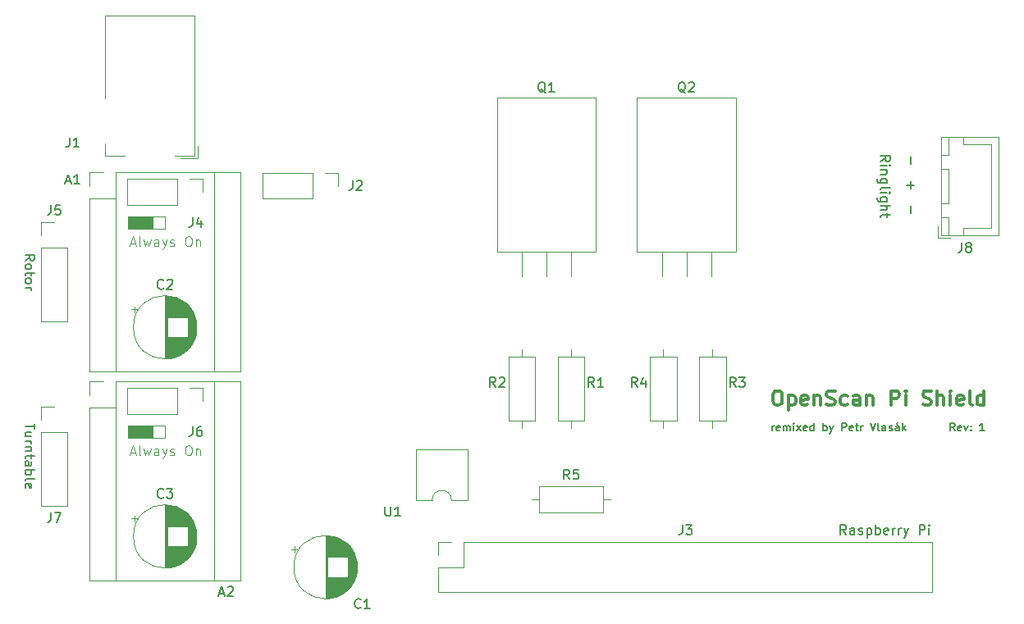
<source format=gbr>
%TF.GenerationSoftware,KiCad,Pcbnew,8.0.6*%
%TF.CreationDate,2024-11-25T18:38:04+01:00*%
%TF.ProjectId,pi-shield,70692d73-6869-4656-9c64-2e6b69636164,rev?*%
%TF.SameCoordinates,Original*%
%TF.FileFunction,Legend,Top*%
%TF.FilePolarity,Positive*%
%FSLAX46Y46*%
G04 Gerber Fmt 4.6, Leading zero omitted, Abs format (unit mm)*
G04 Created by KiCad (PCBNEW 8.0.6) date 2024-11-25 18:38:04*
%MOMM*%
%LPD*%
G01*
G04 APERTURE LIST*
%ADD10C,0.100000*%
%ADD11C,0.300000*%
%ADD12C,0.150000*%
%ADD13C,0.120000*%
G04 APERTURE END LIST*
D10*
X7620000Y14605000D02*
X10160000Y14605000D01*
X10160000Y13335000D01*
X7620000Y13335000D01*
X7620000Y14605000D01*
G36*
X7620000Y14605000D02*
G01*
X10160000Y14605000D01*
X10160000Y13335000D01*
X7620000Y13335000D01*
X7620000Y14605000D01*
G37*
X7620000Y36195000D02*
X11430000Y36195000D01*
X11430000Y34925000D01*
X7620000Y34925000D01*
X7620000Y36195000D01*
X7620000Y36195000D02*
X10160000Y36195000D01*
X10160000Y34925000D01*
X7620000Y34925000D01*
X7620000Y36195000D01*
G36*
X7620000Y36195000D02*
G01*
X10160000Y36195000D01*
X10160000Y34925000D01*
X7620000Y34925000D01*
X7620000Y36195000D01*
G37*
X7620000Y14605000D02*
X11430000Y14605000D01*
X11430000Y13335000D01*
X7620000Y13335000D01*
X7620000Y14605000D01*
D11*
X74500225Y18209171D02*
X74785939Y18209171D01*
X74785939Y18209171D02*
X74928796Y18137742D01*
X74928796Y18137742D02*
X75071653Y17994885D01*
X75071653Y17994885D02*
X75143082Y17709171D01*
X75143082Y17709171D02*
X75143082Y17209171D01*
X75143082Y17209171D02*
X75071653Y16923457D01*
X75071653Y16923457D02*
X74928796Y16780600D01*
X74928796Y16780600D02*
X74785939Y16709171D01*
X74785939Y16709171D02*
X74500225Y16709171D01*
X74500225Y16709171D02*
X74357368Y16780600D01*
X74357368Y16780600D02*
X74214510Y16923457D01*
X74214510Y16923457D02*
X74143082Y17209171D01*
X74143082Y17209171D02*
X74143082Y17709171D01*
X74143082Y17709171D02*
X74214510Y17994885D01*
X74214510Y17994885D02*
X74357368Y18137742D01*
X74357368Y18137742D02*
X74500225Y18209171D01*
X75785939Y17709171D02*
X75785939Y16209171D01*
X75785939Y17637742D02*
X75928797Y17709171D01*
X75928797Y17709171D02*
X76214511Y17709171D01*
X76214511Y17709171D02*
X76357368Y17637742D01*
X76357368Y17637742D02*
X76428797Y17566314D01*
X76428797Y17566314D02*
X76500225Y17423457D01*
X76500225Y17423457D02*
X76500225Y16994885D01*
X76500225Y16994885D02*
X76428797Y16852028D01*
X76428797Y16852028D02*
X76357368Y16780600D01*
X76357368Y16780600D02*
X76214511Y16709171D01*
X76214511Y16709171D02*
X75928797Y16709171D01*
X75928797Y16709171D02*
X75785939Y16780600D01*
X77714511Y16780600D02*
X77571654Y16709171D01*
X77571654Y16709171D02*
X77285940Y16709171D01*
X77285940Y16709171D02*
X77143082Y16780600D01*
X77143082Y16780600D02*
X77071654Y16923457D01*
X77071654Y16923457D02*
X77071654Y17494885D01*
X77071654Y17494885D02*
X77143082Y17637742D01*
X77143082Y17637742D02*
X77285940Y17709171D01*
X77285940Y17709171D02*
X77571654Y17709171D01*
X77571654Y17709171D02*
X77714511Y17637742D01*
X77714511Y17637742D02*
X77785940Y17494885D01*
X77785940Y17494885D02*
X77785940Y17352028D01*
X77785940Y17352028D02*
X77071654Y17209171D01*
X78428796Y17709171D02*
X78428796Y16709171D01*
X78428796Y17566314D02*
X78500225Y17637742D01*
X78500225Y17637742D02*
X78643082Y17709171D01*
X78643082Y17709171D02*
X78857368Y17709171D01*
X78857368Y17709171D02*
X79000225Y17637742D01*
X79000225Y17637742D02*
X79071654Y17494885D01*
X79071654Y17494885D02*
X79071654Y16709171D01*
X79714511Y16780600D02*
X79928797Y16709171D01*
X79928797Y16709171D02*
X80285939Y16709171D01*
X80285939Y16709171D02*
X80428797Y16780600D01*
X80428797Y16780600D02*
X80500225Y16852028D01*
X80500225Y16852028D02*
X80571654Y16994885D01*
X80571654Y16994885D02*
X80571654Y17137742D01*
X80571654Y17137742D02*
X80500225Y17280600D01*
X80500225Y17280600D02*
X80428797Y17352028D01*
X80428797Y17352028D02*
X80285939Y17423457D01*
X80285939Y17423457D02*
X80000225Y17494885D01*
X80000225Y17494885D02*
X79857368Y17566314D01*
X79857368Y17566314D02*
X79785939Y17637742D01*
X79785939Y17637742D02*
X79714511Y17780600D01*
X79714511Y17780600D02*
X79714511Y17923457D01*
X79714511Y17923457D02*
X79785939Y18066314D01*
X79785939Y18066314D02*
X79857368Y18137742D01*
X79857368Y18137742D02*
X80000225Y18209171D01*
X80000225Y18209171D02*
X80357368Y18209171D01*
X80357368Y18209171D02*
X80571654Y18137742D01*
X81857368Y16780600D02*
X81714510Y16709171D01*
X81714510Y16709171D02*
X81428796Y16709171D01*
X81428796Y16709171D02*
X81285939Y16780600D01*
X81285939Y16780600D02*
X81214510Y16852028D01*
X81214510Y16852028D02*
X81143082Y16994885D01*
X81143082Y16994885D02*
X81143082Y17423457D01*
X81143082Y17423457D02*
X81214510Y17566314D01*
X81214510Y17566314D02*
X81285939Y17637742D01*
X81285939Y17637742D02*
X81428796Y17709171D01*
X81428796Y17709171D02*
X81714510Y17709171D01*
X81714510Y17709171D02*
X81857368Y17637742D01*
X83143082Y16709171D02*
X83143082Y17494885D01*
X83143082Y17494885D02*
X83071653Y17637742D01*
X83071653Y17637742D02*
X82928796Y17709171D01*
X82928796Y17709171D02*
X82643082Y17709171D01*
X82643082Y17709171D02*
X82500224Y17637742D01*
X83143082Y16780600D02*
X83000224Y16709171D01*
X83000224Y16709171D02*
X82643082Y16709171D01*
X82643082Y16709171D02*
X82500224Y16780600D01*
X82500224Y16780600D02*
X82428796Y16923457D01*
X82428796Y16923457D02*
X82428796Y17066314D01*
X82428796Y17066314D02*
X82500224Y17209171D01*
X82500224Y17209171D02*
X82643082Y17280600D01*
X82643082Y17280600D02*
X83000224Y17280600D01*
X83000224Y17280600D02*
X83143082Y17352028D01*
X83857367Y17709171D02*
X83857367Y16709171D01*
X83857367Y17566314D02*
X83928796Y17637742D01*
X83928796Y17637742D02*
X84071653Y17709171D01*
X84071653Y17709171D02*
X84285939Y17709171D01*
X84285939Y17709171D02*
X84428796Y17637742D01*
X84428796Y17637742D02*
X84500225Y17494885D01*
X84500225Y17494885D02*
X84500225Y16709171D01*
X86357367Y16709171D02*
X86357367Y18209171D01*
X86357367Y18209171D02*
X86928796Y18209171D01*
X86928796Y18209171D02*
X87071653Y18137742D01*
X87071653Y18137742D02*
X87143082Y18066314D01*
X87143082Y18066314D02*
X87214510Y17923457D01*
X87214510Y17923457D02*
X87214510Y17709171D01*
X87214510Y17709171D02*
X87143082Y17566314D01*
X87143082Y17566314D02*
X87071653Y17494885D01*
X87071653Y17494885D02*
X86928796Y17423457D01*
X86928796Y17423457D02*
X86357367Y17423457D01*
X87857367Y16709171D02*
X87857367Y17709171D01*
X87857367Y18209171D02*
X87785939Y18137742D01*
X87785939Y18137742D02*
X87857367Y18066314D01*
X87857367Y18066314D02*
X87928796Y18137742D01*
X87928796Y18137742D02*
X87857367Y18209171D01*
X87857367Y18209171D02*
X87857367Y18066314D01*
X89643082Y16780600D02*
X89857368Y16709171D01*
X89857368Y16709171D02*
X90214510Y16709171D01*
X90214510Y16709171D02*
X90357368Y16780600D01*
X90357368Y16780600D02*
X90428796Y16852028D01*
X90428796Y16852028D02*
X90500225Y16994885D01*
X90500225Y16994885D02*
X90500225Y17137742D01*
X90500225Y17137742D02*
X90428796Y17280600D01*
X90428796Y17280600D02*
X90357368Y17352028D01*
X90357368Y17352028D02*
X90214510Y17423457D01*
X90214510Y17423457D02*
X89928796Y17494885D01*
X89928796Y17494885D02*
X89785939Y17566314D01*
X89785939Y17566314D02*
X89714510Y17637742D01*
X89714510Y17637742D02*
X89643082Y17780600D01*
X89643082Y17780600D02*
X89643082Y17923457D01*
X89643082Y17923457D02*
X89714510Y18066314D01*
X89714510Y18066314D02*
X89785939Y18137742D01*
X89785939Y18137742D02*
X89928796Y18209171D01*
X89928796Y18209171D02*
X90285939Y18209171D01*
X90285939Y18209171D02*
X90500225Y18137742D01*
X91143081Y16709171D02*
X91143081Y18209171D01*
X91785939Y16709171D02*
X91785939Y17494885D01*
X91785939Y17494885D02*
X91714510Y17637742D01*
X91714510Y17637742D02*
X91571653Y17709171D01*
X91571653Y17709171D02*
X91357367Y17709171D01*
X91357367Y17709171D02*
X91214510Y17637742D01*
X91214510Y17637742D02*
X91143081Y17566314D01*
X92500224Y16709171D02*
X92500224Y17709171D01*
X92500224Y18209171D02*
X92428796Y18137742D01*
X92428796Y18137742D02*
X92500224Y18066314D01*
X92500224Y18066314D02*
X92571653Y18137742D01*
X92571653Y18137742D02*
X92500224Y18209171D01*
X92500224Y18209171D02*
X92500224Y18066314D01*
X93785939Y16780600D02*
X93643082Y16709171D01*
X93643082Y16709171D02*
X93357368Y16709171D01*
X93357368Y16709171D02*
X93214510Y16780600D01*
X93214510Y16780600D02*
X93143082Y16923457D01*
X93143082Y16923457D02*
X93143082Y17494885D01*
X93143082Y17494885D02*
X93214510Y17637742D01*
X93214510Y17637742D02*
X93357368Y17709171D01*
X93357368Y17709171D02*
X93643082Y17709171D01*
X93643082Y17709171D02*
X93785939Y17637742D01*
X93785939Y17637742D02*
X93857368Y17494885D01*
X93857368Y17494885D02*
X93857368Y17352028D01*
X93857368Y17352028D02*
X93143082Y17209171D01*
X94714510Y16709171D02*
X94571653Y16780600D01*
X94571653Y16780600D02*
X94500224Y16923457D01*
X94500224Y16923457D02*
X94500224Y18209171D01*
X95928796Y16709171D02*
X95928796Y18209171D01*
X95928796Y16780600D02*
X95785938Y16709171D01*
X95785938Y16709171D02*
X95500224Y16709171D01*
X95500224Y16709171D02*
X95357367Y16780600D01*
X95357367Y16780600D02*
X95285938Y16852028D01*
X95285938Y16852028D02*
X95214510Y16994885D01*
X95214510Y16994885D02*
X95214510Y17423457D01*
X95214510Y17423457D02*
X95285938Y17566314D01*
X95285938Y17566314D02*
X95357367Y17637742D01*
X95357367Y17637742D02*
X95500224Y17709171D01*
X95500224Y17709171D02*
X95785938Y17709171D01*
X95785938Y17709171D02*
X95928796Y17637742D01*
D12*
X88388866Y36531779D02*
X88388866Y37293684D01*
X88388866Y39071779D02*
X88388866Y39833684D01*
X88769819Y39452731D02*
X88007914Y39452731D01*
D10*
X7876265Y11843295D02*
X8352455Y11843295D01*
X7781027Y11557580D02*
X8114360Y12557580D01*
X8114360Y12557580D02*
X8447693Y11557580D01*
X8923884Y11557580D02*
X8828646Y11605200D01*
X8828646Y11605200D02*
X8781027Y11700438D01*
X8781027Y11700438D02*
X8781027Y12557580D01*
X9209599Y12224247D02*
X9400075Y11557580D01*
X9400075Y11557580D02*
X9590551Y12033771D01*
X9590551Y12033771D02*
X9781027Y11557580D01*
X9781027Y11557580D02*
X9971503Y12224247D01*
X10781027Y11557580D02*
X10781027Y12081390D01*
X10781027Y12081390D02*
X10733408Y12176628D01*
X10733408Y12176628D02*
X10638170Y12224247D01*
X10638170Y12224247D02*
X10447694Y12224247D01*
X10447694Y12224247D02*
X10352456Y12176628D01*
X10781027Y11605200D02*
X10685789Y11557580D01*
X10685789Y11557580D02*
X10447694Y11557580D01*
X10447694Y11557580D02*
X10352456Y11605200D01*
X10352456Y11605200D02*
X10304837Y11700438D01*
X10304837Y11700438D02*
X10304837Y11795676D01*
X10304837Y11795676D02*
X10352456Y11890914D01*
X10352456Y11890914D02*
X10447694Y11938533D01*
X10447694Y11938533D02*
X10685789Y11938533D01*
X10685789Y11938533D02*
X10781027Y11986152D01*
X11161980Y12224247D02*
X11400075Y11557580D01*
X11638170Y12224247D02*
X11400075Y11557580D01*
X11400075Y11557580D02*
X11304837Y11319485D01*
X11304837Y11319485D02*
X11257218Y11271866D01*
X11257218Y11271866D02*
X11161980Y11224247D01*
X11971504Y11605200D02*
X12066742Y11557580D01*
X12066742Y11557580D02*
X12257218Y11557580D01*
X12257218Y11557580D02*
X12352456Y11605200D01*
X12352456Y11605200D02*
X12400075Y11700438D01*
X12400075Y11700438D02*
X12400075Y11748057D01*
X12400075Y11748057D02*
X12352456Y11843295D01*
X12352456Y11843295D02*
X12257218Y11890914D01*
X12257218Y11890914D02*
X12114361Y11890914D01*
X12114361Y11890914D02*
X12019123Y11938533D01*
X12019123Y11938533D02*
X11971504Y12033771D01*
X11971504Y12033771D02*
X11971504Y12081390D01*
X11971504Y12081390D02*
X12019123Y12176628D01*
X12019123Y12176628D02*
X12114361Y12224247D01*
X12114361Y12224247D02*
X12257218Y12224247D01*
X12257218Y12224247D02*
X12352456Y12176628D01*
X13781028Y12557580D02*
X13971504Y12557580D01*
X13971504Y12557580D02*
X14066742Y12509961D01*
X14066742Y12509961D02*
X14161980Y12414723D01*
X14161980Y12414723D02*
X14209599Y12224247D01*
X14209599Y12224247D02*
X14209599Y11890914D01*
X14209599Y11890914D02*
X14161980Y11700438D01*
X14161980Y11700438D02*
X14066742Y11605200D01*
X14066742Y11605200D02*
X13971504Y11557580D01*
X13971504Y11557580D02*
X13781028Y11557580D01*
X13781028Y11557580D02*
X13685790Y11605200D01*
X13685790Y11605200D02*
X13590552Y11700438D01*
X13590552Y11700438D02*
X13542933Y11890914D01*
X13542933Y11890914D02*
X13542933Y12224247D01*
X13542933Y12224247D02*
X13590552Y12414723D01*
X13590552Y12414723D02*
X13685790Y12509961D01*
X13685790Y12509961D02*
X13781028Y12557580D01*
X14638171Y12224247D02*
X14638171Y11557580D01*
X14638171Y12129009D02*
X14685790Y12176628D01*
X14685790Y12176628D02*
X14781028Y12224247D01*
X14781028Y12224247D02*
X14923885Y12224247D01*
X14923885Y12224247D02*
X15019123Y12176628D01*
X15019123Y12176628D02*
X15066742Y12081390D01*
X15066742Y12081390D02*
X15066742Y11557580D01*
X7876265Y33433295D02*
X8352455Y33433295D01*
X7781027Y33147580D02*
X8114360Y34147580D01*
X8114360Y34147580D02*
X8447693Y33147580D01*
X8923884Y33147580D02*
X8828646Y33195200D01*
X8828646Y33195200D02*
X8781027Y33290438D01*
X8781027Y33290438D02*
X8781027Y34147580D01*
X9209599Y33814247D02*
X9400075Y33147580D01*
X9400075Y33147580D02*
X9590551Y33623771D01*
X9590551Y33623771D02*
X9781027Y33147580D01*
X9781027Y33147580D02*
X9971503Y33814247D01*
X10781027Y33147580D02*
X10781027Y33671390D01*
X10781027Y33671390D02*
X10733408Y33766628D01*
X10733408Y33766628D02*
X10638170Y33814247D01*
X10638170Y33814247D02*
X10447694Y33814247D01*
X10447694Y33814247D02*
X10352456Y33766628D01*
X10781027Y33195200D02*
X10685789Y33147580D01*
X10685789Y33147580D02*
X10447694Y33147580D01*
X10447694Y33147580D02*
X10352456Y33195200D01*
X10352456Y33195200D02*
X10304837Y33290438D01*
X10304837Y33290438D02*
X10304837Y33385676D01*
X10304837Y33385676D02*
X10352456Y33480914D01*
X10352456Y33480914D02*
X10447694Y33528533D01*
X10447694Y33528533D02*
X10685789Y33528533D01*
X10685789Y33528533D02*
X10781027Y33576152D01*
X11161980Y33814247D02*
X11400075Y33147580D01*
X11638170Y33814247D02*
X11400075Y33147580D01*
X11400075Y33147580D02*
X11304837Y32909485D01*
X11304837Y32909485D02*
X11257218Y32861866D01*
X11257218Y32861866D02*
X11161980Y32814247D01*
X11971504Y33195200D02*
X12066742Y33147580D01*
X12066742Y33147580D02*
X12257218Y33147580D01*
X12257218Y33147580D02*
X12352456Y33195200D01*
X12352456Y33195200D02*
X12400075Y33290438D01*
X12400075Y33290438D02*
X12400075Y33338057D01*
X12400075Y33338057D02*
X12352456Y33433295D01*
X12352456Y33433295D02*
X12257218Y33480914D01*
X12257218Y33480914D02*
X12114361Y33480914D01*
X12114361Y33480914D02*
X12019123Y33528533D01*
X12019123Y33528533D02*
X11971504Y33623771D01*
X11971504Y33623771D02*
X11971504Y33671390D01*
X11971504Y33671390D02*
X12019123Y33766628D01*
X12019123Y33766628D02*
X12114361Y33814247D01*
X12114361Y33814247D02*
X12257218Y33814247D01*
X12257218Y33814247D02*
X12352456Y33766628D01*
X13781028Y34147580D02*
X13971504Y34147580D01*
X13971504Y34147580D02*
X14066742Y34099961D01*
X14066742Y34099961D02*
X14161980Y34004723D01*
X14161980Y34004723D02*
X14209599Y33814247D01*
X14209599Y33814247D02*
X14209599Y33480914D01*
X14209599Y33480914D02*
X14161980Y33290438D01*
X14161980Y33290438D02*
X14066742Y33195200D01*
X14066742Y33195200D02*
X13971504Y33147580D01*
X13971504Y33147580D02*
X13781028Y33147580D01*
X13781028Y33147580D02*
X13685790Y33195200D01*
X13685790Y33195200D02*
X13590552Y33290438D01*
X13590552Y33290438D02*
X13542933Y33480914D01*
X13542933Y33480914D02*
X13542933Y33814247D01*
X13542933Y33814247D02*
X13590552Y34004723D01*
X13590552Y34004723D02*
X13685790Y34099961D01*
X13685790Y34099961D02*
X13781028Y34147580D01*
X14638171Y33814247D02*
X14638171Y33147580D01*
X14638171Y33719009D02*
X14685790Y33766628D01*
X14685790Y33766628D02*
X14781028Y33814247D01*
X14781028Y33814247D02*
X14923885Y33814247D01*
X14923885Y33814247D02*
X15019123Y33766628D01*
X15019123Y33766628D02*
X15066742Y33671390D01*
X15066742Y33671390D02*
X15066742Y33147580D01*
D12*
X74076160Y14075704D02*
X74076160Y14609038D01*
X74076160Y14456657D02*
X74114255Y14532847D01*
X74114255Y14532847D02*
X74152350Y14570942D01*
X74152350Y14570942D02*
X74228541Y14609038D01*
X74228541Y14609038D02*
X74304731Y14609038D01*
X74876160Y14113800D02*
X74799969Y14075704D01*
X74799969Y14075704D02*
X74647588Y14075704D01*
X74647588Y14075704D02*
X74571398Y14113800D01*
X74571398Y14113800D02*
X74533302Y14189990D01*
X74533302Y14189990D02*
X74533302Y14494752D01*
X74533302Y14494752D02*
X74571398Y14570942D01*
X74571398Y14570942D02*
X74647588Y14609038D01*
X74647588Y14609038D02*
X74799969Y14609038D01*
X74799969Y14609038D02*
X74876160Y14570942D01*
X74876160Y14570942D02*
X74914255Y14494752D01*
X74914255Y14494752D02*
X74914255Y14418561D01*
X74914255Y14418561D02*
X74533302Y14342371D01*
X75257112Y14075704D02*
X75257112Y14609038D01*
X75257112Y14532847D02*
X75295207Y14570942D01*
X75295207Y14570942D02*
X75371397Y14609038D01*
X75371397Y14609038D02*
X75485683Y14609038D01*
X75485683Y14609038D02*
X75561874Y14570942D01*
X75561874Y14570942D02*
X75599969Y14494752D01*
X75599969Y14494752D02*
X75599969Y14075704D01*
X75599969Y14494752D02*
X75638064Y14570942D01*
X75638064Y14570942D02*
X75714255Y14609038D01*
X75714255Y14609038D02*
X75828540Y14609038D01*
X75828540Y14609038D02*
X75904731Y14570942D01*
X75904731Y14570942D02*
X75942826Y14494752D01*
X75942826Y14494752D02*
X75942826Y14075704D01*
X76323779Y14075704D02*
X76323779Y14609038D01*
X76323779Y14875704D02*
X76285683Y14837609D01*
X76285683Y14837609D02*
X76323779Y14799514D01*
X76323779Y14799514D02*
X76361874Y14837609D01*
X76361874Y14837609D02*
X76323779Y14875704D01*
X76323779Y14875704D02*
X76323779Y14799514D01*
X76628540Y14075704D02*
X77047588Y14609038D01*
X76628540Y14609038D02*
X77047588Y14075704D01*
X77657112Y14113800D02*
X77580921Y14075704D01*
X77580921Y14075704D02*
X77428540Y14075704D01*
X77428540Y14075704D02*
X77352350Y14113800D01*
X77352350Y14113800D02*
X77314254Y14189990D01*
X77314254Y14189990D02*
X77314254Y14494752D01*
X77314254Y14494752D02*
X77352350Y14570942D01*
X77352350Y14570942D02*
X77428540Y14609038D01*
X77428540Y14609038D02*
X77580921Y14609038D01*
X77580921Y14609038D02*
X77657112Y14570942D01*
X77657112Y14570942D02*
X77695207Y14494752D01*
X77695207Y14494752D02*
X77695207Y14418561D01*
X77695207Y14418561D02*
X77314254Y14342371D01*
X78380921Y14075704D02*
X78380921Y14875704D01*
X78380921Y14113800D02*
X78304730Y14075704D01*
X78304730Y14075704D02*
X78152349Y14075704D01*
X78152349Y14075704D02*
X78076159Y14113800D01*
X78076159Y14113800D02*
X78038064Y14151895D01*
X78038064Y14151895D02*
X77999968Y14228085D01*
X77999968Y14228085D02*
X77999968Y14456657D01*
X77999968Y14456657D02*
X78038064Y14532847D01*
X78038064Y14532847D02*
X78076159Y14570942D01*
X78076159Y14570942D02*
X78152349Y14609038D01*
X78152349Y14609038D02*
X78304730Y14609038D01*
X78304730Y14609038D02*
X78380921Y14570942D01*
X79371398Y14075704D02*
X79371398Y14875704D01*
X79371398Y14570942D02*
X79447588Y14609038D01*
X79447588Y14609038D02*
X79599969Y14609038D01*
X79599969Y14609038D02*
X79676160Y14570942D01*
X79676160Y14570942D02*
X79714255Y14532847D01*
X79714255Y14532847D02*
X79752350Y14456657D01*
X79752350Y14456657D02*
X79752350Y14228085D01*
X79752350Y14228085D02*
X79714255Y14151895D01*
X79714255Y14151895D02*
X79676160Y14113800D01*
X79676160Y14113800D02*
X79599969Y14075704D01*
X79599969Y14075704D02*
X79447588Y14075704D01*
X79447588Y14075704D02*
X79371398Y14113800D01*
X80019017Y14609038D02*
X80209493Y14075704D01*
X80399970Y14609038D02*
X80209493Y14075704D01*
X80209493Y14075704D02*
X80133303Y13885228D01*
X80133303Y13885228D02*
X80095208Y13847133D01*
X80095208Y13847133D02*
X80019017Y13809038D01*
X81314256Y14075704D02*
X81314256Y14875704D01*
X81314256Y14875704D02*
X81619018Y14875704D01*
X81619018Y14875704D02*
X81695208Y14837609D01*
X81695208Y14837609D02*
X81733303Y14799514D01*
X81733303Y14799514D02*
X81771399Y14723323D01*
X81771399Y14723323D02*
X81771399Y14609038D01*
X81771399Y14609038D02*
X81733303Y14532847D01*
X81733303Y14532847D02*
X81695208Y14494752D01*
X81695208Y14494752D02*
X81619018Y14456657D01*
X81619018Y14456657D02*
X81314256Y14456657D01*
X82419018Y14113800D02*
X82342827Y14075704D01*
X82342827Y14075704D02*
X82190446Y14075704D01*
X82190446Y14075704D02*
X82114256Y14113800D01*
X82114256Y14113800D02*
X82076160Y14189990D01*
X82076160Y14189990D02*
X82076160Y14494752D01*
X82076160Y14494752D02*
X82114256Y14570942D01*
X82114256Y14570942D02*
X82190446Y14609038D01*
X82190446Y14609038D02*
X82342827Y14609038D01*
X82342827Y14609038D02*
X82419018Y14570942D01*
X82419018Y14570942D02*
X82457113Y14494752D01*
X82457113Y14494752D02*
X82457113Y14418561D01*
X82457113Y14418561D02*
X82076160Y14342371D01*
X82685684Y14609038D02*
X82990446Y14609038D01*
X82799970Y14875704D02*
X82799970Y14189990D01*
X82799970Y14189990D02*
X82838065Y14113800D01*
X82838065Y14113800D02*
X82914255Y14075704D01*
X82914255Y14075704D02*
X82990446Y14075704D01*
X83257113Y14075704D02*
X83257113Y14609038D01*
X83257113Y14456657D02*
X83295208Y14532847D01*
X83295208Y14532847D02*
X83333303Y14570942D01*
X83333303Y14570942D02*
X83409494Y14609038D01*
X83409494Y14609038D02*
X83485684Y14609038D01*
X84247589Y14875704D02*
X84514256Y14075704D01*
X84514256Y14075704D02*
X84780922Y14875704D01*
X85161874Y14075704D02*
X85085684Y14113800D01*
X85085684Y14113800D02*
X85047589Y14189990D01*
X85047589Y14189990D02*
X85047589Y14875704D01*
X85809494Y14075704D02*
X85809494Y14494752D01*
X85809494Y14494752D02*
X85771399Y14570942D01*
X85771399Y14570942D02*
X85695208Y14609038D01*
X85695208Y14609038D02*
X85542827Y14609038D01*
X85542827Y14609038D02*
X85466637Y14570942D01*
X85809494Y14113800D02*
X85733303Y14075704D01*
X85733303Y14075704D02*
X85542827Y14075704D01*
X85542827Y14075704D02*
X85466637Y14113800D01*
X85466637Y14113800D02*
X85428541Y14189990D01*
X85428541Y14189990D02*
X85428541Y14266180D01*
X85428541Y14266180D02*
X85466637Y14342371D01*
X85466637Y14342371D02*
X85542827Y14380466D01*
X85542827Y14380466D02*
X85733303Y14380466D01*
X85733303Y14380466D02*
X85809494Y14418561D01*
X86152351Y14113800D02*
X86228542Y14075704D01*
X86228542Y14075704D02*
X86380923Y14075704D01*
X86380923Y14075704D02*
X86457113Y14113800D01*
X86457113Y14113800D02*
X86495209Y14189990D01*
X86495209Y14189990D02*
X86495209Y14228085D01*
X86495209Y14228085D02*
X86457113Y14304276D01*
X86457113Y14304276D02*
X86380923Y14342371D01*
X86380923Y14342371D02*
X86266637Y14342371D01*
X86266637Y14342371D02*
X86190447Y14380466D01*
X86190447Y14380466D02*
X86152351Y14456657D01*
X86152351Y14456657D02*
X86152351Y14494752D01*
X86152351Y14494752D02*
X86190447Y14570942D01*
X86190447Y14570942D02*
X86266637Y14609038D01*
X86266637Y14609038D02*
X86380923Y14609038D01*
X86380923Y14609038D02*
X86457113Y14570942D01*
X87180923Y14075704D02*
X87180923Y14494752D01*
X87180923Y14494752D02*
X87142828Y14570942D01*
X87142828Y14570942D02*
X87066637Y14609038D01*
X87066637Y14609038D02*
X86914256Y14609038D01*
X86914256Y14609038D02*
X86838066Y14570942D01*
X87180923Y14113800D02*
X87104732Y14075704D01*
X87104732Y14075704D02*
X86914256Y14075704D01*
X86914256Y14075704D02*
X86838066Y14113800D01*
X86838066Y14113800D02*
X86799970Y14189990D01*
X86799970Y14189990D02*
X86799970Y14266180D01*
X86799970Y14266180D02*
X86838066Y14342371D01*
X86838066Y14342371D02*
X86914256Y14380466D01*
X86914256Y14380466D02*
X87104732Y14380466D01*
X87104732Y14380466D02*
X87180923Y14418561D01*
X87066637Y14913800D02*
X86952351Y14799514D01*
X87561876Y14075704D02*
X87561876Y14875704D01*
X87638066Y14380466D02*
X87866638Y14075704D01*
X87866638Y14609038D02*
X87561876Y14304276D01*
X88388866Y41611779D02*
X88388866Y42373684D01*
X92948303Y14075704D02*
X92681636Y14456657D01*
X92491160Y14075704D02*
X92491160Y14875704D01*
X92491160Y14875704D02*
X92795922Y14875704D01*
X92795922Y14875704D02*
X92872112Y14837609D01*
X92872112Y14837609D02*
X92910207Y14799514D01*
X92910207Y14799514D02*
X92948303Y14723323D01*
X92948303Y14723323D02*
X92948303Y14609038D01*
X92948303Y14609038D02*
X92910207Y14532847D01*
X92910207Y14532847D02*
X92872112Y14494752D01*
X92872112Y14494752D02*
X92795922Y14456657D01*
X92795922Y14456657D02*
X92491160Y14456657D01*
X93595922Y14113800D02*
X93519731Y14075704D01*
X93519731Y14075704D02*
X93367350Y14075704D01*
X93367350Y14075704D02*
X93291160Y14113800D01*
X93291160Y14113800D02*
X93253064Y14189990D01*
X93253064Y14189990D02*
X93253064Y14494752D01*
X93253064Y14494752D02*
X93291160Y14570942D01*
X93291160Y14570942D02*
X93367350Y14609038D01*
X93367350Y14609038D02*
X93519731Y14609038D01*
X93519731Y14609038D02*
X93595922Y14570942D01*
X93595922Y14570942D02*
X93634017Y14494752D01*
X93634017Y14494752D02*
X93634017Y14418561D01*
X93634017Y14418561D02*
X93253064Y14342371D01*
X93900683Y14609038D02*
X94091159Y14075704D01*
X94091159Y14075704D02*
X94281636Y14609038D01*
X94586398Y14151895D02*
X94624493Y14113800D01*
X94624493Y14113800D02*
X94586398Y14075704D01*
X94586398Y14075704D02*
X94548302Y14113800D01*
X94548302Y14113800D02*
X94586398Y14151895D01*
X94586398Y14151895D02*
X94586398Y14075704D01*
X94586398Y14570942D02*
X94624493Y14532847D01*
X94624493Y14532847D02*
X94586398Y14494752D01*
X94586398Y14494752D02*
X94548302Y14532847D01*
X94548302Y14532847D02*
X94586398Y14570942D01*
X94586398Y14570942D02*
X94586398Y14494752D01*
X95995921Y14075704D02*
X95538778Y14075704D01*
X95767350Y14075704D02*
X95767350Y14875704D01*
X95767350Y14875704D02*
X95691159Y14761419D01*
X95691159Y14761419D02*
X95614969Y14685228D01*
X95614969Y14685228D02*
X95538778Y14647133D01*
X17065714Y-2709104D02*
X17541904Y-2709104D01*
X16970476Y-2994819D02*
X17303809Y-1994819D01*
X17303809Y-1994819D02*
X17637142Y-2994819D01*
X17922857Y-2090057D02*
X17970476Y-2042438D01*
X17970476Y-2042438D02*
X18065714Y-1994819D01*
X18065714Y-1994819D02*
X18303809Y-1994819D01*
X18303809Y-1994819D02*
X18399047Y-2042438D01*
X18399047Y-2042438D02*
X18446666Y-2090057D01*
X18446666Y-2090057D02*
X18494285Y-2185295D01*
X18494285Y-2185295D02*
X18494285Y-2280533D01*
X18494285Y-2280533D02*
X18446666Y-2423390D01*
X18446666Y-2423390D02*
X17875238Y-2994819D01*
X17875238Y-2994819D02*
X18494285Y-2994819D01*
X-333333Y5625180D02*
X-333333Y4910895D01*
X-333333Y4910895D02*
X-380952Y4768038D01*
X-380952Y4768038D02*
X-476190Y4672800D01*
X-476190Y4672800D02*
X-619047Y4625180D01*
X-619047Y4625180D02*
X-714285Y4625180D01*
X47619Y5625180D02*
X714285Y5625180D01*
X714285Y5625180D02*
X285714Y4625180D01*
X-1994819Y14810952D02*
X-1994819Y14239524D01*
X-2994819Y14525238D02*
X-1994819Y14525238D01*
X-2328152Y13477619D02*
X-2994819Y13477619D01*
X-2328152Y13906190D02*
X-2851961Y13906190D01*
X-2851961Y13906190D02*
X-2947200Y13858571D01*
X-2947200Y13858571D02*
X-2994819Y13763333D01*
X-2994819Y13763333D02*
X-2994819Y13620476D01*
X-2994819Y13620476D02*
X-2947200Y13525238D01*
X-2947200Y13525238D02*
X-2899580Y13477619D01*
X-2994819Y13001428D02*
X-2328152Y13001428D01*
X-2518628Y13001428D02*
X-2423390Y12953809D01*
X-2423390Y12953809D02*
X-2375771Y12906190D01*
X-2375771Y12906190D02*
X-2328152Y12810952D01*
X-2328152Y12810952D02*
X-2328152Y12715714D01*
X-2328152Y12382380D02*
X-2994819Y12382380D01*
X-2423390Y12382380D02*
X-2375771Y12334761D01*
X-2375771Y12334761D02*
X-2328152Y12239523D01*
X-2328152Y12239523D02*
X-2328152Y12096666D01*
X-2328152Y12096666D02*
X-2375771Y12001428D01*
X-2375771Y12001428D02*
X-2471009Y11953809D01*
X-2471009Y11953809D02*
X-2994819Y11953809D01*
X-2328152Y11620475D02*
X-2328152Y11239523D01*
X-1994819Y11477618D02*
X-2851961Y11477618D01*
X-2851961Y11477618D02*
X-2947200Y11429999D01*
X-2947200Y11429999D02*
X-2994819Y11334761D01*
X-2994819Y11334761D02*
X-2994819Y11239523D01*
X-2994819Y10477618D02*
X-2471009Y10477618D01*
X-2471009Y10477618D02*
X-2375771Y10525237D01*
X-2375771Y10525237D02*
X-2328152Y10620475D01*
X-2328152Y10620475D02*
X-2328152Y10810951D01*
X-2328152Y10810951D02*
X-2375771Y10906189D01*
X-2947200Y10477618D02*
X-2994819Y10572856D01*
X-2994819Y10572856D02*
X-2994819Y10810951D01*
X-2994819Y10810951D02*
X-2947200Y10906189D01*
X-2947200Y10906189D02*
X-2851961Y10953808D01*
X-2851961Y10953808D02*
X-2756723Y10953808D01*
X-2756723Y10953808D02*
X-2661485Y10906189D01*
X-2661485Y10906189D02*
X-2613866Y10810951D01*
X-2613866Y10810951D02*
X-2613866Y10572856D01*
X-2613866Y10572856D02*
X-2566247Y10477618D01*
X-2994819Y10001427D02*
X-1994819Y10001427D01*
X-2375771Y10001427D02*
X-2328152Y9906189D01*
X-2328152Y9906189D02*
X-2328152Y9715713D01*
X-2328152Y9715713D02*
X-2375771Y9620475D01*
X-2375771Y9620475D02*
X-2423390Y9572856D01*
X-2423390Y9572856D02*
X-2518628Y9525237D01*
X-2518628Y9525237D02*
X-2804342Y9525237D01*
X-2804342Y9525237D02*
X-2899580Y9572856D01*
X-2899580Y9572856D02*
X-2947200Y9620475D01*
X-2947200Y9620475D02*
X-2994819Y9715713D01*
X-2994819Y9715713D02*
X-2994819Y9906189D01*
X-2994819Y9906189D02*
X-2947200Y10001427D01*
X-2994819Y8953808D02*
X-2947200Y9049046D01*
X-2947200Y9049046D02*
X-2851961Y9096665D01*
X-2851961Y9096665D02*
X-1994819Y9096665D01*
X-2947200Y8191903D02*
X-2994819Y8287141D01*
X-2994819Y8287141D02*
X-2994819Y8477617D01*
X-2994819Y8477617D02*
X-2947200Y8572855D01*
X-2947200Y8572855D02*
X-2851961Y8620474D01*
X-2851961Y8620474D02*
X-2471009Y8620474D01*
X-2471009Y8620474D02*
X-2375771Y8572855D01*
X-2375771Y8572855D02*
X-2328152Y8477617D01*
X-2328152Y8477617D02*
X-2328152Y8287141D01*
X-2328152Y8287141D02*
X-2375771Y8191903D01*
X-2375771Y8191903D02*
X-2471009Y8144284D01*
X-2471009Y8144284D02*
X-2566247Y8144284D01*
X-2566247Y8144284D02*
X-2661485Y8620474D01*
X55713333Y18595180D02*
X55380000Y19071371D01*
X55141905Y18595180D02*
X55141905Y19595180D01*
X55141905Y19595180D02*
X55522857Y19595180D01*
X55522857Y19595180D02*
X55618095Y19547561D01*
X55618095Y19547561D02*
X55665714Y19499942D01*
X55665714Y19499942D02*
X55713333Y19404704D01*
X55713333Y19404704D02*
X55713333Y19261847D01*
X55713333Y19261847D02*
X55665714Y19166609D01*
X55665714Y19166609D02*
X55618095Y19118990D01*
X55618095Y19118990D02*
X55522857Y19071371D01*
X55522857Y19071371D02*
X55141905Y19071371D01*
X56665714Y18595180D02*
X56094286Y18595180D01*
X56380000Y18595180D02*
X56380000Y19595180D01*
X56380000Y19595180D02*
X56284762Y19452323D01*
X56284762Y19452323D02*
X56189524Y19357085D01*
X56189524Y19357085D02*
X56094286Y19309466D01*
X11283333Y28805419D02*
X11235714Y28757800D01*
X11235714Y28757800D02*
X11092857Y28710180D01*
X11092857Y28710180D02*
X10997619Y28710180D01*
X10997619Y28710180D02*
X10854762Y28757800D01*
X10854762Y28757800D02*
X10759524Y28853038D01*
X10759524Y28853038D02*
X10711905Y28948276D01*
X10711905Y28948276D02*
X10664286Y29138752D01*
X10664286Y29138752D02*
X10664286Y29281609D01*
X10664286Y29281609D02*
X10711905Y29472085D01*
X10711905Y29472085D02*
X10759524Y29567323D01*
X10759524Y29567323D02*
X10854762Y29662561D01*
X10854762Y29662561D02*
X10997619Y29710180D01*
X10997619Y29710180D02*
X11092857Y29710180D01*
X11092857Y29710180D02*
X11235714Y29662561D01*
X11235714Y29662561D02*
X11283333Y29614942D01*
X11664286Y29614942D02*
X11711905Y29662561D01*
X11711905Y29662561D02*
X11807143Y29710180D01*
X11807143Y29710180D02*
X12045238Y29710180D01*
X12045238Y29710180D02*
X12140476Y29662561D01*
X12140476Y29662561D02*
X12188095Y29614942D01*
X12188095Y29614942D02*
X12235714Y29519704D01*
X12235714Y29519704D02*
X12235714Y29424466D01*
X12235714Y29424466D02*
X12188095Y29281609D01*
X12188095Y29281609D02*
X11616667Y28710180D01*
X11616667Y28710180D02*
X12235714Y28710180D01*
X34163095Y6260180D02*
X34163095Y5450657D01*
X34163095Y5450657D02*
X34210714Y5355419D01*
X34210714Y5355419D02*
X34258333Y5307800D01*
X34258333Y5307800D02*
X34353571Y5260180D01*
X34353571Y5260180D02*
X34544047Y5260180D01*
X34544047Y5260180D02*
X34639285Y5307800D01*
X34639285Y5307800D02*
X34686904Y5355419D01*
X34686904Y5355419D02*
X34734523Y5450657D01*
X34734523Y5450657D02*
X34734523Y6260180D01*
X35734523Y5260180D02*
X35163095Y5260180D01*
X35448809Y5260180D02*
X35448809Y6260180D01*
X35448809Y6260180D02*
X35353571Y6117323D01*
X35353571Y6117323D02*
X35258333Y6022085D01*
X35258333Y6022085D02*
X35163095Y5974466D01*
X53173333Y9070180D02*
X52840000Y9546371D01*
X52601905Y9070180D02*
X52601905Y10070180D01*
X52601905Y10070180D02*
X52982857Y10070180D01*
X52982857Y10070180D02*
X53078095Y10022561D01*
X53078095Y10022561D02*
X53125714Y9974942D01*
X53125714Y9974942D02*
X53173333Y9879704D01*
X53173333Y9879704D02*
X53173333Y9736847D01*
X53173333Y9736847D02*
X53125714Y9641609D01*
X53125714Y9641609D02*
X53078095Y9593990D01*
X53078095Y9593990D02*
X52982857Y9546371D01*
X52982857Y9546371D02*
X52601905Y9546371D01*
X54078095Y10070180D02*
X53601905Y10070180D01*
X53601905Y10070180D02*
X53554286Y9593990D01*
X53554286Y9593990D02*
X53601905Y9641609D01*
X53601905Y9641609D02*
X53697143Y9689228D01*
X53697143Y9689228D02*
X53935238Y9689228D01*
X53935238Y9689228D02*
X54030476Y9641609D01*
X54030476Y9641609D02*
X54078095Y9593990D01*
X54078095Y9593990D02*
X54125714Y9498752D01*
X54125714Y9498752D02*
X54125714Y9260657D01*
X54125714Y9260657D02*
X54078095Y9165419D01*
X54078095Y9165419D02*
X54030476Y9117800D01*
X54030476Y9117800D02*
X53935238Y9070180D01*
X53935238Y9070180D02*
X53697143Y9070180D01*
X53697143Y9070180D02*
X53601905Y9117800D01*
X53601905Y9117800D02*
X53554286Y9165419D01*
X11283333Y7215419D02*
X11235714Y7167800D01*
X11235714Y7167800D02*
X11092857Y7120180D01*
X11092857Y7120180D02*
X10997619Y7120180D01*
X10997619Y7120180D02*
X10854762Y7167800D01*
X10854762Y7167800D02*
X10759524Y7263038D01*
X10759524Y7263038D02*
X10711905Y7358276D01*
X10711905Y7358276D02*
X10664286Y7548752D01*
X10664286Y7548752D02*
X10664286Y7691609D01*
X10664286Y7691609D02*
X10711905Y7882085D01*
X10711905Y7882085D02*
X10759524Y7977323D01*
X10759524Y7977323D02*
X10854762Y8072561D01*
X10854762Y8072561D02*
X10997619Y8120180D01*
X10997619Y8120180D02*
X11092857Y8120180D01*
X11092857Y8120180D02*
X11235714Y8072561D01*
X11235714Y8072561D02*
X11283333Y8024942D01*
X11616667Y8120180D02*
X12235714Y8120180D01*
X12235714Y8120180D02*
X11902381Y7739228D01*
X11902381Y7739228D02*
X12045238Y7739228D01*
X12045238Y7739228D02*
X12140476Y7691609D01*
X12140476Y7691609D02*
X12188095Y7643990D01*
X12188095Y7643990D02*
X12235714Y7548752D01*
X12235714Y7548752D02*
X12235714Y7310657D01*
X12235714Y7310657D02*
X12188095Y7215419D01*
X12188095Y7215419D02*
X12140476Y7167800D01*
X12140476Y7167800D02*
X12045238Y7120180D01*
X12045238Y7120180D02*
X11759524Y7120180D01*
X11759524Y7120180D02*
X11664286Y7167800D01*
X11664286Y7167800D02*
X11616667Y7215419D01*
X93646666Y33485180D02*
X93646666Y32770895D01*
X93646666Y32770895D02*
X93599047Y32628038D01*
X93599047Y32628038D02*
X93503809Y32532800D01*
X93503809Y32532800D02*
X93360952Y32485180D01*
X93360952Y32485180D02*
X93265714Y32485180D01*
X94265714Y33056609D02*
X94170476Y33104228D01*
X94170476Y33104228D02*
X94122857Y33151847D01*
X94122857Y33151847D02*
X94075238Y33247085D01*
X94075238Y33247085D02*
X94075238Y33294704D01*
X94075238Y33294704D02*
X94122857Y33389942D01*
X94122857Y33389942D02*
X94170476Y33437561D01*
X94170476Y33437561D02*
X94265714Y33485180D01*
X94265714Y33485180D02*
X94456190Y33485180D01*
X94456190Y33485180D02*
X94551428Y33437561D01*
X94551428Y33437561D02*
X94599047Y33389942D01*
X94599047Y33389942D02*
X94646666Y33294704D01*
X94646666Y33294704D02*
X94646666Y33247085D01*
X94646666Y33247085D02*
X94599047Y33151847D01*
X94599047Y33151847D02*
X94551428Y33104228D01*
X94551428Y33104228D02*
X94456190Y33056609D01*
X94456190Y33056609D02*
X94265714Y33056609D01*
X94265714Y33056609D02*
X94170476Y33008990D01*
X94170476Y33008990D02*
X94122857Y32961371D01*
X94122857Y32961371D02*
X94075238Y32866133D01*
X94075238Y32866133D02*
X94075238Y32675657D01*
X94075238Y32675657D02*
X94122857Y32580419D01*
X94122857Y32580419D02*
X94170476Y32532800D01*
X94170476Y32532800D02*
X94265714Y32485180D01*
X94265714Y32485180D02*
X94456190Y32485180D01*
X94456190Y32485180D02*
X94551428Y32532800D01*
X94551428Y32532800D02*
X94599047Y32580419D01*
X94599047Y32580419D02*
X94646666Y32675657D01*
X94646666Y32675657D02*
X94646666Y32866133D01*
X94646666Y32866133D02*
X94599047Y32961371D01*
X94599047Y32961371D02*
X94551428Y33008990D01*
X94551428Y33008990D02*
X94456190Y33056609D01*
X85270180Y41893809D02*
X85746371Y42227142D01*
X85270180Y42465237D02*
X86270180Y42465237D01*
X86270180Y42465237D02*
X86270180Y42084285D01*
X86270180Y42084285D02*
X86222561Y41989047D01*
X86222561Y41989047D02*
X86174942Y41941428D01*
X86174942Y41941428D02*
X86079704Y41893809D01*
X86079704Y41893809D02*
X85936847Y41893809D01*
X85936847Y41893809D02*
X85841609Y41941428D01*
X85841609Y41941428D02*
X85793990Y41989047D01*
X85793990Y41989047D02*
X85746371Y42084285D01*
X85746371Y42084285D02*
X85746371Y42465237D01*
X85270180Y41465237D02*
X85936847Y41465237D01*
X86270180Y41465237D02*
X86222561Y41512856D01*
X86222561Y41512856D02*
X86174942Y41465237D01*
X86174942Y41465237D02*
X86222561Y41417618D01*
X86222561Y41417618D02*
X86270180Y41465237D01*
X86270180Y41465237D02*
X86174942Y41465237D01*
X85936847Y40989047D02*
X85270180Y40989047D01*
X85841609Y40989047D02*
X85889228Y40941428D01*
X85889228Y40941428D02*
X85936847Y40846190D01*
X85936847Y40846190D02*
X85936847Y40703333D01*
X85936847Y40703333D02*
X85889228Y40608095D01*
X85889228Y40608095D02*
X85793990Y40560476D01*
X85793990Y40560476D02*
X85270180Y40560476D01*
X85936847Y39655714D02*
X85127323Y39655714D01*
X85127323Y39655714D02*
X85032085Y39703333D01*
X85032085Y39703333D02*
X84984466Y39750952D01*
X84984466Y39750952D02*
X84936847Y39846190D01*
X84936847Y39846190D02*
X84936847Y39989047D01*
X84936847Y39989047D02*
X84984466Y40084285D01*
X85317800Y39655714D02*
X85270180Y39750952D01*
X85270180Y39750952D02*
X85270180Y39941428D01*
X85270180Y39941428D02*
X85317800Y40036666D01*
X85317800Y40036666D02*
X85365419Y40084285D01*
X85365419Y40084285D02*
X85460657Y40131904D01*
X85460657Y40131904D02*
X85746371Y40131904D01*
X85746371Y40131904D02*
X85841609Y40084285D01*
X85841609Y40084285D02*
X85889228Y40036666D01*
X85889228Y40036666D02*
X85936847Y39941428D01*
X85936847Y39941428D02*
X85936847Y39750952D01*
X85936847Y39750952D02*
X85889228Y39655714D01*
X85270180Y39036666D02*
X85317800Y39131904D01*
X85317800Y39131904D02*
X85413038Y39179523D01*
X85413038Y39179523D02*
X86270180Y39179523D01*
X85270180Y38655713D02*
X85936847Y38655713D01*
X86270180Y38655713D02*
X86222561Y38703332D01*
X86222561Y38703332D02*
X86174942Y38655713D01*
X86174942Y38655713D02*
X86222561Y38608094D01*
X86222561Y38608094D02*
X86270180Y38655713D01*
X86270180Y38655713D02*
X86174942Y38655713D01*
X85936847Y37750952D02*
X85127323Y37750952D01*
X85127323Y37750952D02*
X85032085Y37798571D01*
X85032085Y37798571D02*
X84984466Y37846190D01*
X84984466Y37846190D02*
X84936847Y37941428D01*
X84936847Y37941428D02*
X84936847Y38084285D01*
X84936847Y38084285D02*
X84984466Y38179523D01*
X85317800Y37750952D02*
X85270180Y37846190D01*
X85270180Y37846190D02*
X85270180Y38036666D01*
X85270180Y38036666D02*
X85317800Y38131904D01*
X85317800Y38131904D02*
X85365419Y38179523D01*
X85365419Y38179523D02*
X85460657Y38227142D01*
X85460657Y38227142D02*
X85746371Y38227142D01*
X85746371Y38227142D02*
X85841609Y38179523D01*
X85841609Y38179523D02*
X85889228Y38131904D01*
X85889228Y38131904D02*
X85936847Y38036666D01*
X85936847Y38036666D02*
X85936847Y37846190D01*
X85936847Y37846190D02*
X85889228Y37750952D01*
X85270180Y37274761D02*
X86270180Y37274761D01*
X85270180Y36846190D02*
X85793990Y36846190D01*
X85793990Y36846190D02*
X85889228Y36893809D01*
X85889228Y36893809D02*
X85936847Y36989047D01*
X85936847Y36989047D02*
X85936847Y37131904D01*
X85936847Y37131904D02*
X85889228Y37227142D01*
X85889228Y37227142D02*
X85841609Y37274761D01*
X85936847Y36512856D02*
X85936847Y36131904D01*
X86270180Y36369999D02*
X85413038Y36369999D01*
X85413038Y36369999D02*
X85317800Y36322380D01*
X85317800Y36322380D02*
X85270180Y36227142D01*
X85270180Y36227142D02*
X85270180Y36131904D01*
X30781666Y39915180D02*
X30781666Y39200895D01*
X30781666Y39200895D02*
X30734047Y39058038D01*
X30734047Y39058038D02*
X30638809Y38962800D01*
X30638809Y38962800D02*
X30495952Y38915180D01*
X30495952Y38915180D02*
X30400714Y38915180D01*
X31210238Y39819942D02*
X31257857Y39867561D01*
X31257857Y39867561D02*
X31353095Y39915180D01*
X31353095Y39915180D02*
X31591190Y39915180D01*
X31591190Y39915180D02*
X31686428Y39867561D01*
X31686428Y39867561D02*
X31734047Y39819942D01*
X31734047Y39819942D02*
X31781666Y39724704D01*
X31781666Y39724704D02*
X31781666Y39629466D01*
X31781666Y39629466D02*
X31734047Y39486609D01*
X31734047Y39486609D02*
X31162619Y38915180D01*
X31162619Y38915180D02*
X31781666Y38915180D01*
X31630954Y-4169580D02*
X31583335Y-4217200D01*
X31583335Y-4217200D02*
X31440478Y-4264819D01*
X31440478Y-4264819D02*
X31345240Y-4264819D01*
X31345240Y-4264819D02*
X31202383Y-4217200D01*
X31202383Y-4217200D02*
X31107145Y-4121961D01*
X31107145Y-4121961D02*
X31059526Y-4026723D01*
X31059526Y-4026723D02*
X31011907Y-3836247D01*
X31011907Y-3836247D02*
X31011907Y-3693390D01*
X31011907Y-3693390D02*
X31059526Y-3502914D01*
X31059526Y-3502914D02*
X31107145Y-3407676D01*
X31107145Y-3407676D02*
X31202383Y-3312438D01*
X31202383Y-3312438D02*
X31345240Y-3264819D01*
X31345240Y-3264819D02*
X31440478Y-3264819D01*
X31440478Y-3264819D02*
X31583335Y-3312438D01*
X31583335Y-3312438D02*
X31630954Y-3360057D01*
X32583335Y-4264819D02*
X32011907Y-4264819D01*
X32297621Y-4264819D02*
X32297621Y-3264819D01*
X32297621Y-3264819D02*
X32202383Y-3407676D01*
X32202383Y-3407676D02*
X32107145Y-3502914D01*
X32107145Y-3502914D02*
X32011907Y-3550533D01*
X50704761Y48979942D02*
X50609523Y49027561D01*
X50609523Y49027561D02*
X50514285Y49122800D01*
X50514285Y49122800D02*
X50371428Y49265657D01*
X50371428Y49265657D02*
X50276190Y49313276D01*
X50276190Y49313276D02*
X50180952Y49313276D01*
X50228571Y49075180D02*
X50133333Y49122800D01*
X50133333Y49122800D02*
X50038095Y49218038D01*
X50038095Y49218038D02*
X49990476Y49408514D01*
X49990476Y49408514D02*
X49990476Y49741847D01*
X49990476Y49741847D02*
X50038095Y49932323D01*
X50038095Y49932323D02*
X50133333Y50027561D01*
X50133333Y50027561D02*
X50228571Y50075180D01*
X50228571Y50075180D02*
X50419047Y50075180D01*
X50419047Y50075180D02*
X50514285Y50027561D01*
X50514285Y50027561D02*
X50609523Y49932323D01*
X50609523Y49932323D02*
X50657142Y49741847D01*
X50657142Y49741847D02*
X50657142Y49408514D01*
X50657142Y49408514D02*
X50609523Y49218038D01*
X50609523Y49218038D02*
X50514285Y49122800D01*
X50514285Y49122800D02*
X50419047Y49075180D01*
X50419047Y49075180D02*
X50228571Y49075180D01*
X51609523Y49075180D02*
X51038095Y49075180D01*
X51323809Y49075180D02*
X51323809Y50075180D01*
X51323809Y50075180D02*
X51228571Y49932323D01*
X51228571Y49932323D02*
X51133333Y49837085D01*
X51133333Y49837085D02*
X51038095Y49789466D01*
X65151011Y48979942D02*
X65055773Y49027561D01*
X65055773Y49027561D02*
X64960535Y49122800D01*
X64960535Y49122800D02*
X64817678Y49265657D01*
X64817678Y49265657D02*
X64722440Y49313276D01*
X64722440Y49313276D02*
X64627202Y49313276D01*
X64674821Y49075180D02*
X64579583Y49122800D01*
X64579583Y49122800D02*
X64484345Y49218038D01*
X64484345Y49218038D02*
X64436726Y49408514D01*
X64436726Y49408514D02*
X64436726Y49741847D01*
X64436726Y49741847D02*
X64484345Y49932323D01*
X64484345Y49932323D02*
X64579583Y50027561D01*
X64579583Y50027561D02*
X64674821Y50075180D01*
X64674821Y50075180D02*
X64865297Y50075180D01*
X64865297Y50075180D02*
X64960535Y50027561D01*
X64960535Y50027561D02*
X65055773Y49932323D01*
X65055773Y49932323D02*
X65103392Y49741847D01*
X65103392Y49741847D02*
X65103392Y49408514D01*
X65103392Y49408514D02*
X65055773Y49218038D01*
X65055773Y49218038D02*
X64960535Y49122800D01*
X64960535Y49122800D02*
X64865297Y49075180D01*
X64865297Y49075180D02*
X64674821Y49075180D01*
X65484345Y49979942D02*
X65531964Y50027561D01*
X65531964Y50027561D02*
X65627202Y50075180D01*
X65627202Y50075180D02*
X65865297Y50075180D01*
X65865297Y50075180D02*
X65960535Y50027561D01*
X65960535Y50027561D02*
X66008154Y49979942D01*
X66008154Y49979942D02*
X66055773Y49884704D01*
X66055773Y49884704D02*
X66055773Y49789466D01*
X66055773Y49789466D02*
X66008154Y49646609D01*
X66008154Y49646609D02*
X65436726Y49075180D01*
X65436726Y49075180D02*
X66055773Y49075180D01*
X60158333Y18595180D02*
X59825000Y19071371D01*
X59586905Y18595180D02*
X59586905Y19595180D01*
X59586905Y19595180D02*
X59967857Y19595180D01*
X59967857Y19595180D02*
X60063095Y19547561D01*
X60063095Y19547561D02*
X60110714Y19499942D01*
X60110714Y19499942D02*
X60158333Y19404704D01*
X60158333Y19404704D02*
X60158333Y19261847D01*
X60158333Y19261847D02*
X60110714Y19166609D01*
X60110714Y19166609D02*
X60063095Y19118990D01*
X60063095Y19118990D02*
X59967857Y19071371D01*
X59967857Y19071371D02*
X59586905Y19071371D01*
X61015476Y19261847D02*
X61015476Y18595180D01*
X60777381Y19642800D02*
X60539286Y18928514D01*
X60539286Y18928514D02*
X61158333Y18928514D01*
X45553333Y18595180D02*
X45220000Y19071371D01*
X44981905Y18595180D02*
X44981905Y19595180D01*
X44981905Y19595180D02*
X45362857Y19595180D01*
X45362857Y19595180D02*
X45458095Y19547561D01*
X45458095Y19547561D02*
X45505714Y19499942D01*
X45505714Y19499942D02*
X45553333Y19404704D01*
X45553333Y19404704D02*
X45553333Y19261847D01*
X45553333Y19261847D02*
X45505714Y19166609D01*
X45505714Y19166609D02*
X45458095Y19118990D01*
X45458095Y19118990D02*
X45362857Y19071371D01*
X45362857Y19071371D02*
X44981905Y19071371D01*
X45934286Y19499942D02*
X45981905Y19547561D01*
X45981905Y19547561D02*
X46077143Y19595180D01*
X46077143Y19595180D02*
X46315238Y19595180D01*
X46315238Y19595180D02*
X46410476Y19547561D01*
X46410476Y19547561D02*
X46458095Y19499942D01*
X46458095Y19499942D02*
X46505714Y19404704D01*
X46505714Y19404704D02*
X46505714Y19309466D01*
X46505714Y19309466D02*
X46458095Y19166609D01*
X46458095Y19166609D02*
X45886667Y18595180D01*
X45886667Y18595180D02*
X46505714Y18595180D01*
X14271666Y36105180D02*
X14271666Y35390895D01*
X14271666Y35390895D02*
X14224047Y35248038D01*
X14224047Y35248038D02*
X14128809Y35152800D01*
X14128809Y35152800D02*
X13985952Y35105180D01*
X13985952Y35105180D02*
X13890714Y35105180D01*
X15176428Y35771847D02*
X15176428Y35105180D01*
X14938333Y36152800D02*
X14700238Y35438514D01*
X14700238Y35438514D02*
X15319285Y35438514D01*
X64817666Y4355180D02*
X64817666Y3640895D01*
X64817666Y3640895D02*
X64770047Y3498038D01*
X64770047Y3498038D02*
X64674809Y3402800D01*
X64674809Y3402800D02*
X64531952Y3355180D01*
X64531952Y3355180D02*
X64436714Y3355180D01*
X65198619Y4355180D02*
X65817666Y4355180D01*
X65817666Y4355180D02*
X65484333Y3974228D01*
X65484333Y3974228D02*
X65627190Y3974228D01*
X65627190Y3974228D02*
X65722428Y3926609D01*
X65722428Y3926609D02*
X65770047Y3878990D01*
X65770047Y3878990D02*
X65817666Y3783752D01*
X65817666Y3783752D02*
X65817666Y3545657D01*
X65817666Y3545657D02*
X65770047Y3450419D01*
X65770047Y3450419D02*
X65722428Y3402800D01*
X65722428Y3402800D02*
X65627190Y3355180D01*
X65627190Y3355180D02*
X65341476Y3355180D01*
X65341476Y3355180D02*
X65246238Y3402800D01*
X65246238Y3402800D02*
X65198619Y3450419D01*
X81724999Y3355180D02*
X81391666Y3831371D01*
X81153571Y3355180D02*
X81153571Y4355180D01*
X81153571Y4355180D02*
X81534523Y4355180D01*
X81534523Y4355180D02*
X81629761Y4307561D01*
X81629761Y4307561D02*
X81677380Y4259942D01*
X81677380Y4259942D02*
X81724999Y4164704D01*
X81724999Y4164704D02*
X81724999Y4021847D01*
X81724999Y4021847D02*
X81677380Y3926609D01*
X81677380Y3926609D02*
X81629761Y3878990D01*
X81629761Y3878990D02*
X81534523Y3831371D01*
X81534523Y3831371D02*
X81153571Y3831371D01*
X82582142Y3355180D02*
X82582142Y3878990D01*
X82582142Y3878990D02*
X82534523Y3974228D01*
X82534523Y3974228D02*
X82439285Y4021847D01*
X82439285Y4021847D02*
X82248809Y4021847D01*
X82248809Y4021847D02*
X82153571Y3974228D01*
X82582142Y3402800D02*
X82486904Y3355180D01*
X82486904Y3355180D02*
X82248809Y3355180D01*
X82248809Y3355180D02*
X82153571Y3402800D01*
X82153571Y3402800D02*
X82105952Y3498038D01*
X82105952Y3498038D02*
X82105952Y3593276D01*
X82105952Y3593276D02*
X82153571Y3688514D01*
X82153571Y3688514D02*
X82248809Y3736133D01*
X82248809Y3736133D02*
X82486904Y3736133D01*
X82486904Y3736133D02*
X82582142Y3783752D01*
X83010714Y3402800D02*
X83105952Y3355180D01*
X83105952Y3355180D02*
X83296428Y3355180D01*
X83296428Y3355180D02*
X83391666Y3402800D01*
X83391666Y3402800D02*
X83439285Y3498038D01*
X83439285Y3498038D02*
X83439285Y3545657D01*
X83439285Y3545657D02*
X83391666Y3640895D01*
X83391666Y3640895D02*
X83296428Y3688514D01*
X83296428Y3688514D02*
X83153571Y3688514D01*
X83153571Y3688514D02*
X83058333Y3736133D01*
X83058333Y3736133D02*
X83010714Y3831371D01*
X83010714Y3831371D02*
X83010714Y3878990D01*
X83010714Y3878990D02*
X83058333Y3974228D01*
X83058333Y3974228D02*
X83153571Y4021847D01*
X83153571Y4021847D02*
X83296428Y4021847D01*
X83296428Y4021847D02*
X83391666Y3974228D01*
X83867857Y4021847D02*
X83867857Y3021847D01*
X83867857Y3974228D02*
X83963095Y4021847D01*
X83963095Y4021847D02*
X84153571Y4021847D01*
X84153571Y4021847D02*
X84248809Y3974228D01*
X84248809Y3974228D02*
X84296428Y3926609D01*
X84296428Y3926609D02*
X84344047Y3831371D01*
X84344047Y3831371D02*
X84344047Y3545657D01*
X84344047Y3545657D02*
X84296428Y3450419D01*
X84296428Y3450419D02*
X84248809Y3402800D01*
X84248809Y3402800D02*
X84153571Y3355180D01*
X84153571Y3355180D02*
X83963095Y3355180D01*
X83963095Y3355180D02*
X83867857Y3402800D01*
X84772619Y3355180D02*
X84772619Y4355180D01*
X84772619Y3974228D02*
X84867857Y4021847D01*
X84867857Y4021847D02*
X85058333Y4021847D01*
X85058333Y4021847D02*
X85153571Y3974228D01*
X85153571Y3974228D02*
X85201190Y3926609D01*
X85201190Y3926609D02*
X85248809Y3831371D01*
X85248809Y3831371D02*
X85248809Y3545657D01*
X85248809Y3545657D02*
X85201190Y3450419D01*
X85201190Y3450419D02*
X85153571Y3402800D01*
X85153571Y3402800D02*
X85058333Y3355180D01*
X85058333Y3355180D02*
X84867857Y3355180D01*
X84867857Y3355180D02*
X84772619Y3402800D01*
X86058333Y3402800D02*
X85963095Y3355180D01*
X85963095Y3355180D02*
X85772619Y3355180D01*
X85772619Y3355180D02*
X85677381Y3402800D01*
X85677381Y3402800D02*
X85629762Y3498038D01*
X85629762Y3498038D02*
X85629762Y3878990D01*
X85629762Y3878990D02*
X85677381Y3974228D01*
X85677381Y3974228D02*
X85772619Y4021847D01*
X85772619Y4021847D02*
X85963095Y4021847D01*
X85963095Y4021847D02*
X86058333Y3974228D01*
X86058333Y3974228D02*
X86105952Y3878990D01*
X86105952Y3878990D02*
X86105952Y3783752D01*
X86105952Y3783752D02*
X85629762Y3688514D01*
X86534524Y3355180D02*
X86534524Y4021847D01*
X86534524Y3831371D02*
X86582143Y3926609D01*
X86582143Y3926609D02*
X86629762Y3974228D01*
X86629762Y3974228D02*
X86725000Y4021847D01*
X86725000Y4021847D02*
X86820238Y4021847D01*
X87153572Y3355180D02*
X87153572Y4021847D01*
X87153572Y3831371D02*
X87201191Y3926609D01*
X87201191Y3926609D02*
X87248810Y3974228D01*
X87248810Y3974228D02*
X87344048Y4021847D01*
X87344048Y4021847D02*
X87439286Y4021847D01*
X87677382Y4021847D02*
X87915477Y3355180D01*
X88153572Y4021847D02*
X87915477Y3355180D01*
X87915477Y3355180D02*
X87820239Y3117085D01*
X87820239Y3117085D02*
X87772620Y3069466D01*
X87772620Y3069466D02*
X87677382Y3021847D01*
X89296430Y3355180D02*
X89296430Y4355180D01*
X89296430Y4355180D02*
X89677382Y4355180D01*
X89677382Y4355180D02*
X89772620Y4307561D01*
X89772620Y4307561D02*
X89820239Y4259942D01*
X89820239Y4259942D02*
X89867858Y4164704D01*
X89867858Y4164704D02*
X89867858Y4021847D01*
X89867858Y4021847D02*
X89820239Y3926609D01*
X89820239Y3926609D02*
X89772620Y3878990D01*
X89772620Y3878990D02*
X89677382Y3831371D01*
X89677382Y3831371D02*
X89296430Y3831371D01*
X90296430Y3355180D02*
X90296430Y4021847D01*
X90296430Y4355180D02*
X90248811Y4307561D01*
X90248811Y4307561D02*
X90296430Y4259942D01*
X90296430Y4259942D02*
X90344049Y4307561D01*
X90344049Y4307561D02*
X90296430Y4355180D01*
X90296430Y4355180D02*
X90296430Y4259942D01*
X14271666Y14515180D02*
X14271666Y13800895D01*
X14271666Y13800895D02*
X14224047Y13658038D01*
X14224047Y13658038D02*
X14128809Y13562800D01*
X14128809Y13562800D02*
X13985952Y13515180D01*
X13985952Y13515180D02*
X13890714Y13515180D01*
X15176428Y14515180D02*
X14985952Y14515180D01*
X14985952Y14515180D02*
X14890714Y14467561D01*
X14890714Y14467561D02*
X14843095Y14419942D01*
X14843095Y14419942D02*
X14747857Y14277085D01*
X14747857Y14277085D02*
X14700238Y14086609D01*
X14700238Y14086609D02*
X14700238Y13705657D01*
X14700238Y13705657D02*
X14747857Y13610419D01*
X14747857Y13610419D02*
X14795476Y13562800D01*
X14795476Y13562800D02*
X14890714Y13515180D01*
X14890714Y13515180D02*
X15081190Y13515180D01*
X15081190Y13515180D02*
X15176428Y13562800D01*
X15176428Y13562800D02*
X15224047Y13610419D01*
X15224047Y13610419D02*
X15271666Y13705657D01*
X15271666Y13705657D02*
X15271666Y13943752D01*
X15271666Y13943752D02*
X15224047Y14038990D01*
X15224047Y14038990D02*
X15176428Y14086609D01*
X15176428Y14086609D02*
X15081190Y14134228D01*
X15081190Y14134228D02*
X14890714Y14134228D01*
X14890714Y14134228D02*
X14795476Y14086609D01*
X14795476Y14086609D02*
X14747857Y14038990D01*
X14747857Y14038990D02*
X14700238Y13943752D01*
X70318333Y18595180D02*
X69985000Y19071371D01*
X69746905Y18595180D02*
X69746905Y19595180D01*
X69746905Y19595180D02*
X70127857Y19595180D01*
X70127857Y19595180D02*
X70223095Y19547561D01*
X70223095Y19547561D02*
X70270714Y19499942D01*
X70270714Y19499942D02*
X70318333Y19404704D01*
X70318333Y19404704D02*
X70318333Y19261847D01*
X70318333Y19261847D02*
X70270714Y19166609D01*
X70270714Y19166609D02*
X70223095Y19118990D01*
X70223095Y19118990D02*
X70127857Y19071371D01*
X70127857Y19071371D02*
X69746905Y19071371D01*
X70651667Y19595180D02*
X71270714Y19595180D01*
X71270714Y19595180D02*
X70937381Y19214228D01*
X70937381Y19214228D02*
X71080238Y19214228D01*
X71080238Y19214228D02*
X71175476Y19166609D01*
X71175476Y19166609D02*
X71223095Y19118990D01*
X71223095Y19118990D02*
X71270714Y19023752D01*
X71270714Y19023752D02*
X71270714Y18785657D01*
X71270714Y18785657D02*
X71223095Y18690419D01*
X71223095Y18690419D02*
X71175476Y18642800D01*
X71175476Y18642800D02*
X71080238Y18595180D01*
X71080238Y18595180D02*
X70794524Y18595180D01*
X70794524Y18595180D02*
X70699286Y18642800D01*
X70699286Y18642800D02*
X70651667Y18690419D01*
X-333333Y37375180D02*
X-333333Y36660895D01*
X-333333Y36660895D02*
X-380952Y36518038D01*
X-380952Y36518038D02*
X-476190Y36422800D01*
X-476190Y36422800D02*
X-619047Y36375180D01*
X-619047Y36375180D02*
X-714285Y36375180D01*
X619047Y37375180D02*
X142857Y37375180D01*
X142857Y37375180D02*
X95238Y36898990D01*
X95238Y36898990D02*
X142857Y36946609D01*
X142857Y36946609D02*
X238095Y36994228D01*
X238095Y36994228D02*
X476190Y36994228D01*
X476190Y36994228D02*
X571428Y36946609D01*
X571428Y36946609D02*
X619047Y36898990D01*
X619047Y36898990D02*
X666666Y36803752D01*
X666666Y36803752D02*
X666666Y36565657D01*
X666666Y36565657D02*
X619047Y36470419D01*
X619047Y36470419D02*
X571428Y36422800D01*
X571428Y36422800D02*
X476190Y36375180D01*
X476190Y36375180D02*
X238095Y36375180D01*
X238095Y36375180D02*
X142857Y36422800D01*
X142857Y36422800D02*
X95238Y36470419D01*
X-2994819Y31670476D02*
X-2518628Y32003809D01*
X-2994819Y32241904D02*
X-1994819Y32241904D01*
X-1994819Y32241904D02*
X-1994819Y31860952D01*
X-1994819Y31860952D02*
X-2042438Y31765714D01*
X-2042438Y31765714D02*
X-2090057Y31718095D01*
X-2090057Y31718095D02*
X-2185295Y31670476D01*
X-2185295Y31670476D02*
X-2328152Y31670476D01*
X-2328152Y31670476D02*
X-2423390Y31718095D01*
X-2423390Y31718095D02*
X-2471009Y31765714D01*
X-2471009Y31765714D02*
X-2518628Y31860952D01*
X-2518628Y31860952D02*
X-2518628Y32241904D01*
X-2994819Y31099047D02*
X-2947200Y31194285D01*
X-2947200Y31194285D02*
X-2899580Y31241904D01*
X-2899580Y31241904D02*
X-2804342Y31289523D01*
X-2804342Y31289523D02*
X-2518628Y31289523D01*
X-2518628Y31289523D02*
X-2423390Y31241904D01*
X-2423390Y31241904D02*
X-2375771Y31194285D01*
X-2375771Y31194285D02*
X-2328152Y31099047D01*
X-2328152Y31099047D02*
X-2328152Y30956190D01*
X-2328152Y30956190D02*
X-2375771Y30860952D01*
X-2375771Y30860952D02*
X-2423390Y30813333D01*
X-2423390Y30813333D02*
X-2518628Y30765714D01*
X-2518628Y30765714D02*
X-2804342Y30765714D01*
X-2804342Y30765714D02*
X-2899580Y30813333D01*
X-2899580Y30813333D02*
X-2947200Y30860952D01*
X-2947200Y30860952D02*
X-2994819Y30956190D01*
X-2994819Y30956190D02*
X-2994819Y31099047D01*
X-2328152Y30479999D02*
X-2328152Y30099047D01*
X-1994819Y30337142D02*
X-2851961Y30337142D01*
X-2851961Y30337142D02*
X-2947200Y30289523D01*
X-2947200Y30289523D02*
X-2994819Y30194285D01*
X-2994819Y30194285D02*
X-2994819Y30099047D01*
X-2994819Y29622856D02*
X-2947200Y29718094D01*
X-2947200Y29718094D02*
X-2899580Y29765713D01*
X-2899580Y29765713D02*
X-2804342Y29813332D01*
X-2804342Y29813332D02*
X-2518628Y29813332D01*
X-2518628Y29813332D02*
X-2423390Y29765713D01*
X-2423390Y29765713D02*
X-2375771Y29718094D01*
X-2375771Y29718094D02*
X-2328152Y29622856D01*
X-2328152Y29622856D02*
X-2328152Y29479999D01*
X-2328152Y29479999D02*
X-2375771Y29384761D01*
X-2375771Y29384761D02*
X-2423390Y29337142D01*
X-2423390Y29337142D02*
X-2518628Y29289523D01*
X-2518628Y29289523D02*
X-2804342Y29289523D01*
X-2804342Y29289523D02*
X-2899580Y29337142D01*
X-2899580Y29337142D02*
X-2947200Y29384761D01*
X-2947200Y29384761D02*
X-2994819Y29479999D01*
X-2994819Y29479999D02*
X-2994819Y29622856D01*
X-2994819Y28860951D02*
X-2328152Y28860951D01*
X-2518628Y28860951D02*
X-2423390Y28813332D01*
X-2423390Y28813332D02*
X-2375771Y28765713D01*
X-2375771Y28765713D02*
X-2328152Y28670475D01*
X-2328152Y28670475D02*
X-2328152Y28575237D01*
X1190714Y39835895D02*
X1666904Y39835895D01*
X1095476Y39550180D02*
X1428809Y40550180D01*
X1428809Y40550180D02*
X1762142Y39550180D01*
X2619285Y39550180D02*
X2047857Y39550180D01*
X2333571Y39550180D02*
X2333571Y40550180D01*
X2333571Y40550180D02*
X2238333Y40407323D01*
X2238333Y40407323D02*
X2143095Y40312085D01*
X2143095Y40312085D02*
X2047857Y40264466D01*
X1571666Y44360180D02*
X1571666Y43645895D01*
X1571666Y43645895D02*
X1524047Y43503038D01*
X1524047Y43503038D02*
X1428809Y43407800D01*
X1428809Y43407800D02*
X1285952Y43360180D01*
X1285952Y43360180D02*
X1190714Y43360180D01*
X2571666Y43360180D02*
X2000238Y43360180D01*
X2285952Y43360180D02*
X2285952Y44360180D01*
X2285952Y44360180D02*
X2190714Y44217323D01*
X2190714Y44217323D02*
X2095476Y44122085D01*
X2095476Y44122085D02*
X2000238Y44074466D01*
D13*
%TO.C,A2*%
X3680000Y19180000D02*
X3680000Y17780000D01*
X3680000Y16510000D02*
X3680000Y-1400000D01*
X3680000Y-1400000D02*
X19180000Y-1400000D01*
X5080000Y19180000D02*
X3680000Y19180000D01*
X6350000Y19180000D02*
X6350000Y16510000D01*
X6350000Y16510000D02*
X3680000Y16510000D01*
X6350000Y16510000D02*
X6350000Y-1400000D01*
X16510000Y19180000D02*
X16510000Y-1400000D01*
X19180000Y19180000D02*
X6350000Y19180000D01*
X19180000Y-1400000D02*
X19180000Y19180000D01*
%TO.C,J7*%
X-1330000Y16570000D02*
X0Y16570000D01*
X-1330000Y15240000D02*
X-1330000Y16570000D01*
X-1330000Y13970000D02*
X-1330000Y6290000D01*
X-1330000Y13970000D02*
X1330000Y13970000D01*
X-1330000Y6290000D02*
X1330000Y6290000D01*
X1330000Y13970000D02*
X1330000Y6290000D01*
%TO.C,R1*%
X51970000Y21685000D02*
X51970000Y15145000D01*
X51970000Y15145000D02*
X54710000Y15145000D01*
X53340000Y22455000D02*
X53340000Y21685000D01*
X53340000Y14375000D02*
X53340000Y15145000D01*
X54710000Y21685000D02*
X51970000Y21685000D01*
X54710000Y15145000D02*
X54710000Y21685000D01*
%TO.C,C2*%
X7949759Y26604000D02*
X8579759Y26604000D01*
X8264759Y26919000D02*
X8264759Y26289000D01*
X11450000Y27995000D02*
X11450000Y21535000D01*
X11490000Y27995000D02*
X11490000Y21535000D01*
X11530000Y27995000D02*
X11530000Y21535000D01*
X11570000Y27993000D02*
X11570000Y21537000D01*
X11610000Y27992000D02*
X11610000Y21538000D01*
X11650000Y27989000D02*
X11650000Y21541000D01*
X11690000Y27987000D02*
X11690000Y25805000D01*
X11690000Y23725000D02*
X11690000Y21543000D01*
X11730000Y27983000D02*
X11730000Y25805000D01*
X11730000Y23725000D02*
X11730000Y21547000D01*
X11770000Y27980000D02*
X11770000Y25805000D01*
X11770000Y23725000D02*
X11770000Y21550000D01*
X11810000Y27976000D02*
X11810000Y25805000D01*
X11810000Y23725000D02*
X11810000Y21554000D01*
X11850000Y27971000D02*
X11850000Y25805000D01*
X11850000Y23725000D02*
X11850000Y21559000D01*
X11890000Y27966000D02*
X11890000Y25805000D01*
X11890000Y23725000D02*
X11890000Y21564000D01*
X11930000Y27960000D02*
X11930000Y25805000D01*
X11930000Y23725000D02*
X11930000Y21570000D01*
X11970000Y27954000D02*
X11970000Y25805000D01*
X11970000Y23725000D02*
X11970000Y21576000D01*
X12010000Y27947000D02*
X12010000Y25805000D01*
X12010000Y23725000D02*
X12010000Y21583000D01*
X12050000Y27940000D02*
X12050000Y25805000D01*
X12050000Y23725000D02*
X12050000Y21590000D01*
X12090000Y27932000D02*
X12090000Y25805000D01*
X12090000Y23725000D02*
X12090000Y21598000D01*
X12130000Y27924000D02*
X12130000Y25805000D01*
X12130000Y23725000D02*
X12130000Y21606000D01*
X12171000Y27915000D02*
X12171000Y25805000D01*
X12171000Y23725000D02*
X12171000Y21615000D01*
X12211000Y27906000D02*
X12211000Y25805000D01*
X12211000Y23725000D02*
X12211000Y21624000D01*
X12251000Y27896000D02*
X12251000Y25805000D01*
X12251000Y23725000D02*
X12251000Y21634000D01*
X12291000Y27886000D02*
X12291000Y25805000D01*
X12291000Y23725000D02*
X12291000Y21644000D01*
X12331000Y27875000D02*
X12331000Y25805000D01*
X12331000Y23725000D02*
X12331000Y21655000D01*
X12371000Y27863000D02*
X12371000Y25805000D01*
X12371000Y23725000D02*
X12371000Y21667000D01*
X12411000Y27851000D02*
X12411000Y25805000D01*
X12411000Y23725000D02*
X12411000Y21679000D01*
X12451000Y27839000D02*
X12451000Y25805000D01*
X12451000Y23725000D02*
X12451000Y21691000D01*
X12491000Y27826000D02*
X12491000Y25805000D01*
X12491000Y23725000D02*
X12491000Y21704000D01*
X12531000Y27812000D02*
X12531000Y25805000D01*
X12531000Y23725000D02*
X12531000Y21718000D01*
X12571000Y27798000D02*
X12571000Y25805000D01*
X12571000Y23725000D02*
X12571000Y21732000D01*
X12611000Y27783000D02*
X12611000Y25805000D01*
X12611000Y23725000D02*
X12611000Y21747000D01*
X12651000Y27767000D02*
X12651000Y25805000D01*
X12651000Y23725000D02*
X12651000Y21763000D01*
X12691000Y27751000D02*
X12691000Y25805000D01*
X12691000Y23725000D02*
X12691000Y21779000D01*
X12731000Y27735000D02*
X12731000Y25805000D01*
X12731000Y23725000D02*
X12731000Y21795000D01*
X12771000Y27717000D02*
X12771000Y25805000D01*
X12771000Y23725000D02*
X12771000Y21813000D01*
X12811000Y27699000D02*
X12811000Y25805000D01*
X12811000Y23725000D02*
X12811000Y21831000D01*
X12851000Y27681000D02*
X12851000Y25805000D01*
X12851000Y23725000D02*
X12851000Y21849000D01*
X12891000Y27661000D02*
X12891000Y25805000D01*
X12891000Y23725000D02*
X12891000Y21869000D01*
X12931000Y27641000D02*
X12931000Y25805000D01*
X12931000Y23725000D02*
X12931000Y21889000D01*
X12971000Y27621000D02*
X12971000Y25805000D01*
X12971000Y23725000D02*
X12971000Y21909000D01*
X13011000Y27599000D02*
X13011000Y25805000D01*
X13011000Y23725000D02*
X13011000Y21931000D01*
X13051000Y27577000D02*
X13051000Y25805000D01*
X13051000Y23725000D02*
X13051000Y21953000D01*
X13091000Y27555000D02*
X13091000Y25805000D01*
X13091000Y23725000D02*
X13091000Y21975000D01*
X13131000Y27531000D02*
X13131000Y25805000D01*
X13131000Y23725000D02*
X13131000Y21999000D01*
X13171000Y27507000D02*
X13171000Y25805000D01*
X13171000Y23725000D02*
X13171000Y22023000D01*
X13211000Y27481000D02*
X13211000Y25805000D01*
X13211000Y23725000D02*
X13211000Y22049000D01*
X13251000Y27455000D02*
X13251000Y25805000D01*
X13251000Y23725000D02*
X13251000Y22075000D01*
X13291000Y27429000D02*
X13291000Y25805000D01*
X13291000Y23725000D02*
X13291000Y22101000D01*
X13331000Y27401000D02*
X13331000Y25805000D01*
X13331000Y23725000D02*
X13331000Y22129000D01*
X13371000Y27372000D02*
X13371000Y25805000D01*
X13371000Y23725000D02*
X13371000Y22158000D01*
X13411000Y27343000D02*
X13411000Y25805000D01*
X13411000Y23725000D02*
X13411000Y22187000D01*
X13451000Y27313000D02*
X13451000Y25805000D01*
X13451000Y23725000D02*
X13451000Y22217000D01*
X13491000Y27281000D02*
X13491000Y25805000D01*
X13491000Y23725000D02*
X13491000Y22249000D01*
X13531000Y27249000D02*
X13531000Y25805000D01*
X13531000Y23725000D02*
X13531000Y22281000D01*
X13571000Y27215000D02*
X13571000Y25805000D01*
X13571000Y23725000D02*
X13571000Y22315000D01*
X13611000Y27181000D02*
X13611000Y25805000D01*
X13611000Y23725000D02*
X13611000Y22349000D01*
X13651000Y27145000D02*
X13651000Y25805000D01*
X13651000Y23725000D02*
X13651000Y22385000D01*
X13691000Y27108000D02*
X13691000Y25805000D01*
X13691000Y23725000D02*
X13691000Y22422000D01*
X13731000Y27070000D02*
X13731000Y25805000D01*
X13731000Y23725000D02*
X13731000Y22460000D01*
X13771000Y27030000D02*
X13771000Y22500000D01*
X13811000Y26989000D02*
X13811000Y22541000D01*
X13851000Y26947000D02*
X13851000Y22583000D01*
X13891000Y26902000D02*
X13891000Y22628000D01*
X13931000Y26857000D02*
X13931000Y22673000D01*
X13971000Y26809000D02*
X13971000Y22721000D01*
X14011000Y26760000D02*
X14011000Y22770000D01*
X14051000Y26709000D02*
X14051000Y22821000D01*
X14091000Y26655000D02*
X14091000Y22875000D01*
X14131000Y26599000D02*
X14131000Y22931000D01*
X14171000Y26541000D02*
X14171000Y22989000D01*
X14211000Y26479000D02*
X14211000Y23051000D01*
X14251000Y26415000D02*
X14251000Y23115000D01*
X14291000Y26346000D02*
X14291000Y23184000D01*
X14331000Y26274000D02*
X14331000Y23256000D01*
X14371000Y26197000D02*
X14371000Y23333000D01*
X14411000Y26115000D02*
X14411000Y23415000D01*
X14451000Y26027000D02*
X14451000Y23503000D01*
X14491000Y25930000D02*
X14491000Y23600000D01*
X14531000Y25824000D02*
X14531000Y23706000D01*
X14571000Y25705000D02*
X14571000Y23825000D01*
X14611000Y25567000D02*
X14611000Y23963000D01*
X14651000Y25398000D02*
X14651000Y24132000D01*
X14691000Y25167000D02*
X14691000Y24363000D01*
X14720000Y24765000D02*
G75*
G02*
X8180000Y24765000I-3270000J0D01*
G01*
X8180000Y24765000D02*
G75*
G02*
X14720000Y24765000I3270000J0D01*
G01*
%TO.C,U1*%
X37345000Y12120000D02*
X37345000Y6920000D01*
X37345000Y6920000D02*
X38995000Y6920000D01*
X40995000Y6920000D02*
X42645000Y6920000D01*
X42645000Y12120000D02*
X37345000Y12120000D01*
X42645000Y6920000D02*
X42645000Y12120000D01*
X38995000Y6920000D02*
G75*
G02*
X40995000Y6920000I1000000J0D01*
G01*
%TO.C,R5*%
X49300000Y6985000D02*
X50070000Y6985000D01*
X50070000Y8355000D02*
X50070000Y5615000D01*
X50070000Y5615000D02*
X56610000Y5615000D01*
X56610000Y8355000D02*
X50070000Y8355000D01*
X56610000Y5615000D02*
X56610000Y8355000D01*
X57380000Y6985000D02*
X56610000Y6985000D01*
%TO.C,C3*%
X7949759Y5014000D02*
X8579759Y5014000D01*
X8264759Y5329000D02*
X8264759Y4699000D01*
X11450000Y6405000D02*
X11450000Y-55000D01*
X11490000Y6405000D02*
X11490000Y-55000D01*
X11530000Y6405000D02*
X11530000Y-55000D01*
X11570000Y6403000D02*
X11570000Y-53000D01*
X11610000Y6402000D02*
X11610000Y-52000D01*
X11650000Y6399000D02*
X11650000Y-49000D01*
X11690000Y6397000D02*
X11690000Y4215000D01*
X11690000Y2135000D02*
X11690000Y-47000D01*
X11730000Y6393000D02*
X11730000Y4215000D01*
X11730000Y2135000D02*
X11730000Y-43000D01*
X11770000Y6390000D02*
X11770000Y4215000D01*
X11770000Y2135000D02*
X11770000Y-40000D01*
X11810000Y6386000D02*
X11810000Y4215000D01*
X11810000Y2135000D02*
X11810000Y-36000D01*
X11850000Y6381000D02*
X11850000Y4215000D01*
X11850000Y2135000D02*
X11850000Y-31000D01*
X11890000Y6376000D02*
X11890000Y4215000D01*
X11890000Y2135000D02*
X11890000Y-26000D01*
X11930000Y6370000D02*
X11930000Y4215000D01*
X11930000Y2135000D02*
X11930000Y-20000D01*
X11970000Y6364000D02*
X11970000Y4215000D01*
X11970000Y2135000D02*
X11970000Y-14000D01*
X12010000Y6357000D02*
X12010000Y4215000D01*
X12010000Y2135000D02*
X12010000Y-7000D01*
X12050000Y6350000D02*
X12050000Y4215000D01*
X12050000Y2135000D02*
X12050000Y0D01*
X12090000Y6342000D02*
X12090000Y4215000D01*
X12090000Y2135000D02*
X12090000Y8000D01*
X12130000Y6334000D02*
X12130000Y4215000D01*
X12130000Y2135000D02*
X12130000Y16000D01*
X12171000Y6325000D02*
X12171000Y4215000D01*
X12171000Y2135000D02*
X12171000Y25000D01*
X12211000Y6316000D02*
X12211000Y4215000D01*
X12211000Y2135000D02*
X12211000Y34000D01*
X12251000Y6306000D02*
X12251000Y4215000D01*
X12251000Y2135000D02*
X12251000Y44000D01*
X12291000Y6296000D02*
X12291000Y4215000D01*
X12291000Y2135000D02*
X12291000Y54000D01*
X12331000Y6285000D02*
X12331000Y4215000D01*
X12331000Y2135000D02*
X12331000Y65000D01*
X12371000Y6273000D02*
X12371000Y4215000D01*
X12371000Y2135000D02*
X12371000Y77000D01*
X12411000Y6261000D02*
X12411000Y4215000D01*
X12411000Y2135000D02*
X12411000Y89000D01*
X12451000Y6249000D02*
X12451000Y4215000D01*
X12451000Y2135000D02*
X12451000Y101000D01*
X12491000Y6236000D02*
X12491000Y4215000D01*
X12491000Y2135000D02*
X12491000Y114000D01*
X12531000Y6222000D02*
X12531000Y4215000D01*
X12531000Y2135000D02*
X12531000Y128000D01*
X12571000Y6208000D02*
X12571000Y4215000D01*
X12571000Y2135000D02*
X12571000Y142000D01*
X12611000Y6193000D02*
X12611000Y4215000D01*
X12611000Y2135000D02*
X12611000Y157000D01*
X12651000Y6177000D02*
X12651000Y4215000D01*
X12651000Y2135000D02*
X12651000Y173000D01*
X12691000Y6161000D02*
X12691000Y4215000D01*
X12691000Y2135000D02*
X12691000Y189000D01*
X12731000Y6145000D02*
X12731000Y4215000D01*
X12731000Y2135000D02*
X12731000Y205000D01*
X12771000Y6127000D02*
X12771000Y4215000D01*
X12771000Y2135000D02*
X12771000Y223000D01*
X12811000Y6109000D02*
X12811000Y4215000D01*
X12811000Y2135000D02*
X12811000Y241000D01*
X12851000Y6091000D02*
X12851000Y4215000D01*
X12851000Y2135000D02*
X12851000Y259000D01*
X12891000Y6071000D02*
X12891000Y4215000D01*
X12891000Y2135000D02*
X12891000Y279000D01*
X12931000Y6051000D02*
X12931000Y4215000D01*
X12931000Y2135000D02*
X12931000Y299000D01*
X12971000Y6031000D02*
X12971000Y4215000D01*
X12971000Y2135000D02*
X12971000Y319000D01*
X13011000Y6009000D02*
X13011000Y4215000D01*
X13011000Y2135000D02*
X13011000Y341000D01*
X13051000Y5987000D02*
X13051000Y4215000D01*
X13051000Y2135000D02*
X13051000Y363000D01*
X13091000Y5965000D02*
X13091000Y4215000D01*
X13091000Y2135000D02*
X13091000Y385000D01*
X13131000Y5941000D02*
X13131000Y4215000D01*
X13131000Y2135000D02*
X13131000Y409000D01*
X13171000Y5917000D02*
X13171000Y4215000D01*
X13171000Y2135000D02*
X13171000Y433000D01*
X13211000Y5891000D02*
X13211000Y4215000D01*
X13211000Y2135000D02*
X13211000Y459000D01*
X13251000Y5865000D02*
X13251000Y4215000D01*
X13251000Y2135000D02*
X13251000Y485000D01*
X13291000Y5839000D02*
X13291000Y4215000D01*
X13291000Y2135000D02*
X13291000Y511000D01*
X13331000Y5811000D02*
X13331000Y4215000D01*
X13331000Y2135000D02*
X13331000Y539000D01*
X13371000Y5782000D02*
X13371000Y4215000D01*
X13371000Y2135000D02*
X13371000Y568000D01*
X13411000Y5753000D02*
X13411000Y4215000D01*
X13411000Y2135000D02*
X13411000Y597000D01*
X13451000Y5723000D02*
X13451000Y4215000D01*
X13451000Y2135000D02*
X13451000Y627000D01*
X13491000Y5691000D02*
X13491000Y4215000D01*
X13491000Y2135000D02*
X13491000Y659000D01*
X13531000Y5659000D02*
X13531000Y4215000D01*
X13531000Y2135000D02*
X13531000Y691000D01*
X13571000Y5625000D02*
X13571000Y4215000D01*
X13571000Y2135000D02*
X13571000Y725000D01*
X13611000Y5591000D02*
X13611000Y4215000D01*
X13611000Y2135000D02*
X13611000Y759000D01*
X13651000Y5555000D02*
X13651000Y4215000D01*
X13651000Y2135000D02*
X13651000Y795000D01*
X13691000Y5518000D02*
X13691000Y4215000D01*
X13691000Y2135000D02*
X13691000Y832000D01*
X13731000Y5480000D02*
X13731000Y4215000D01*
X13731000Y2135000D02*
X13731000Y870000D01*
X13771000Y5440000D02*
X13771000Y910000D01*
X13811000Y5399000D02*
X13811000Y951000D01*
X13851000Y5357000D02*
X13851000Y993000D01*
X13891000Y5312000D02*
X13891000Y1038000D01*
X13931000Y5267000D02*
X13931000Y1083000D01*
X13971000Y5219000D02*
X13971000Y1131000D01*
X14011000Y5170000D02*
X14011000Y1180000D01*
X14051000Y5119000D02*
X14051000Y1231000D01*
X14091000Y5065000D02*
X14091000Y1285000D01*
X14131000Y5009000D02*
X14131000Y1341000D01*
X14171000Y4951000D02*
X14171000Y1399000D01*
X14211000Y4889000D02*
X14211000Y1461000D01*
X14251000Y4825000D02*
X14251000Y1525000D01*
X14291000Y4756000D02*
X14291000Y1594000D01*
X14331000Y4684000D02*
X14331000Y1666000D01*
X14371000Y4607000D02*
X14371000Y1743000D01*
X14411000Y4525000D02*
X14411000Y1825000D01*
X14451000Y4437000D02*
X14451000Y1913000D01*
X14491000Y4340000D02*
X14491000Y2010000D01*
X14531000Y4234000D02*
X14531000Y2116000D01*
X14571000Y4115000D02*
X14571000Y2235000D01*
X14611000Y3977000D02*
X14611000Y2373000D01*
X14651000Y3808000D02*
X14651000Y2542000D01*
X14691000Y3577000D02*
X14691000Y2773000D01*
X14720000Y3175000D02*
G75*
G02*
X8180000Y3175000I-3270000J0D01*
G01*
X8180000Y3175000D02*
G75*
G02*
X14720000Y3175000I3270000J0D01*
G01*
%TO.C,J8*%
X91230000Y35230000D02*
X91230000Y33980000D01*
X91230000Y33980000D02*
X92480000Y33980000D01*
X91520000Y44390000D02*
X91520000Y34270000D01*
X91520000Y34270000D02*
X97490000Y34270000D01*
X91530000Y44380000D02*
X91530000Y42580000D01*
X91530000Y42580000D02*
X92280000Y42580000D01*
X91530000Y41080000D02*
X91530000Y37580000D01*
X91530000Y37580000D02*
X92280000Y37580000D01*
X91530000Y36080000D02*
X91530000Y34280000D01*
X91530000Y34280000D02*
X92280000Y34280000D01*
X92280000Y44380000D02*
X91530000Y44380000D01*
X92280000Y42580000D02*
X92280000Y44380000D01*
X92280000Y41080000D02*
X91530000Y41080000D01*
X92280000Y37580000D02*
X92280000Y41080000D01*
X92280000Y36080000D02*
X91530000Y36080000D01*
X92280000Y34280000D02*
X92280000Y36080000D01*
X93780000Y44380000D02*
X93780000Y43630000D01*
X93780000Y43630000D02*
X96730000Y43630000D01*
X93780000Y35030000D02*
X96730000Y35030000D01*
X93780000Y34280000D02*
X93780000Y35030000D01*
X96730000Y43630000D02*
X96730000Y39330000D01*
X96730000Y35030000D02*
X96730000Y39330000D01*
X97490000Y44390000D02*
X91520000Y44390000D01*
X97490000Y34270000D02*
X97490000Y44390000D01*
%TO.C,J2*%
X21530000Y40700000D02*
X21530000Y38040000D01*
X26670000Y40700000D02*
X21530000Y40700000D01*
X26670000Y40700000D02*
X26670000Y38040000D01*
X26670000Y38040000D02*
X21530000Y38040000D01*
X27940000Y40700000D02*
X29270000Y40700000D01*
X29270000Y40700000D02*
X29270000Y39370000D01*
%TO.C,C1*%
X24507380Y1839000D02*
X25137380Y1839000D01*
X24822380Y2154000D02*
X24822380Y1524000D01*
X28007621Y3230000D02*
X28007621Y-3230000D01*
X28047621Y3230000D02*
X28047621Y-3230000D01*
X28087621Y3230000D02*
X28087621Y-3230000D01*
X28127621Y3228000D02*
X28127621Y-3228000D01*
X28167621Y3227000D02*
X28167621Y-3227000D01*
X28207621Y3224000D02*
X28207621Y-3224000D01*
X28247621Y3222000D02*
X28247621Y1040000D01*
X28247621Y-1040000D02*
X28247621Y-3222000D01*
X28287621Y3218000D02*
X28287621Y1040000D01*
X28287621Y-1040000D02*
X28287621Y-3218000D01*
X28327621Y3215000D02*
X28327621Y1040000D01*
X28327621Y-1040000D02*
X28327621Y-3215000D01*
X28367621Y3211000D02*
X28367621Y1040000D01*
X28367621Y-1040000D02*
X28367621Y-3211000D01*
X28407621Y3206000D02*
X28407621Y1040000D01*
X28407621Y-1040000D02*
X28407621Y-3206000D01*
X28447621Y3201000D02*
X28447621Y1040000D01*
X28447621Y-1040000D02*
X28447621Y-3201000D01*
X28487621Y3195000D02*
X28487621Y1040000D01*
X28487621Y-1040000D02*
X28487621Y-3195000D01*
X28527621Y3189000D02*
X28527621Y1040000D01*
X28527621Y-1040000D02*
X28527621Y-3189000D01*
X28567621Y3182000D02*
X28567621Y1040000D01*
X28567621Y-1040000D02*
X28567621Y-3182000D01*
X28607621Y3175000D02*
X28607621Y1040000D01*
X28607621Y-1040000D02*
X28607621Y-3175000D01*
X28647621Y3167000D02*
X28647621Y1040000D01*
X28647621Y-1040000D02*
X28647621Y-3167000D01*
X28687621Y3159000D02*
X28687621Y1040000D01*
X28687621Y-1040000D02*
X28687621Y-3159000D01*
X28728621Y3150000D02*
X28728621Y1040000D01*
X28728621Y-1040000D02*
X28728621Y-3150000D01*
X28768621Y3141000D02*
X28768621Y1040000D01*
X28768621Y-1040000D02*
X28768621Y-3141000D01*
X28808621Y3131000D02*
X28808621Y1040000D01*
X28808621Y-1040000D02*
X28808621Y-3131000D01*
X28848621Y3121000D02*
X28848621Y1040000D01*
X28848621Y-1040000D02*
X28848621Y-3121000D01*
X28888621Y3110000D02*
X28888621Y1040000D01*
X28888621Y-1040000D02*
X28888621Y-3110000D01*
X28928621Y3098000D02*
X28928621Y1040000D01*
X28928621Y-1040000D02*
X28928621Y-3098000D01*
X28968621Y3086000D02*
X28968621Y1040000D01*
X28968621Y-1040000D02*
X28968621Y-3086000D01*
X29008621Y3074000D02*
X29008621Y1040000D01*
X29008621Y-1040000D02*
X29008621Y-3074000D01*
X29048621Y3061000D02*
X29048621Y1040000D01*
X29048621Y-1040000D02*
X29048621Y-3061000D01*
X29088621Y3047000D02*
X29088621Y1040000D01*
X29088621Y-1040000D02*
X29088621Y-3047000D01*
X29128621Y3033000D02*
X29128621Y1040000D01*
X29128621Y-1040000D02*
X29128621Y-3033000D01*
X29168621Y3018000D02*
X29168621Y1040000D01*
X29168621Y-1040000D02*
X29168621Y-3018000D01*
X29208621Y3002000D02*
X29208621Y1040000D01*
X29208621Y-1040000D02*
X29208621Y-3002000D01*
X29248621Y2986000D02*
X29248621Y1040000D01*
X29248621Y-1040000D02*
X29248621Y-2986000D01*
X29288621Y2970000D02*
X29288621Y1040000D01*
X29288621Y-1040000D02*
X29288621Y-2970000D01*
X29328621Y2952000D02*
X29328621Y1040000D01*
X29328621Y-1040000D02*
X29328621Y-2952000D01*
X29368621Y2934000D02*
X29368621Y1040000D01*
X29368621Y-1040000D02*
X29368621Y-2934000D01*
X29408621Y2916000D02*
X29408621Y1040000D01*
X29408621Y-1040000D02*
X29408621Y-2916000D01*
X29448621Y2896000D02*
X29448621Y1040000D01*
X29448621Y-1040000D02*
X29448621Y-2896000D01*
X29488621Y2876000D02*
X29488621Y1040000D01*
X29488621Y-1040000D02*
X29488621Y-2876000D01*
X29528621Y2856000D02*
X29528621Y1040000D01*
X29528621Y-1040000D02*
X29528621Y-2856000D01*
X29568621Y2834000D02*
X29568621Y1040000D01*
X29568621Y-1040000D02*
X29568621Y-2834000D01*
X29608621Y2812000D02*
X29608621Y1040000D01*
X29608621Y-1040000D02*
X29608621Y-2812000D01*
X29648621Y2790000D02*
X29648621Y1040000D01*
X29648621Y-1040000D02*
X29648621Y-2790000D01*
X29688621Y2766000D02*
X29688621Y1040000D01*
X29688621Y-1040000D02*
X29688621Y-2766000D01*
X29728621Y2742000D02*
X29728621Y1040000D01*
X29728621Y-1040000D02*
X29728621Y-2742000D01*
X29768621Y2716000D02*
X29768621Y1040000D01*
X29768621Y-1040000D02*
X29768621Y-2716000D01*
X29808621Y2690000D02*
X29808621Y1040000D01*
X29808621Y-1040000D02*
X29808621Y-2690000D01*
X29848621Y2664000D02*
X29848621Y1040000D01*
X29848621Y-1040000D02*
X29848621Y-2664000D01*
X29888621Y2636000D02*
X29888621Y1040000D01*
X29888621Y-1040000D02*
X29888621Y-2636000D01*
X29928621Y2607000D02*
X29928621Y1040000D01*
X29928621Y-1040000D02*
X29928621Y-2607000D01*
X29968621Y2578000D02*
X29968621Y1040000D01*
X29968621Y-1040000D02*
X29968621Y-2578000D01*
X30008621Y2548000D02*
X30008621Y1040000D01*
X30008621Y-1040000D02*
X30008621Y-2548000D01*
X30048621Y2516000D02*
X30048621Y1040000D01*
X30048621Y-1040000D02*
X30048621Y-2516000D01*
X30088621Y2484000D02*
X30088621Y1040000D01*
X30088621Y-1040000D02*
X30088621Y-2484000D01*
X30128621Y2450000D02*
X30128621Y1040000D01*
X30128621Y-1040000D02*
X30128621Y-2450000D01*
X30168621Y2416000D02*
X30168621Y1040000D01*
X30168621Y-1040000D02*
X30168621Y-2416000D01*
X30208621Y2380000D02*
X30208621Y1040000D01*
X30208621Y-1040000D02*
X30208621Y-2380000D01*
X30248621Y2343000D02*
X30248621Y1040000D01*
X30248621Y-1040000D02*
X30248621Y-2343000D01*
X30288621Y2305000D02*
X30288621Y1040000D01*
X30288621Y-1040000D02*
X30288621Y-2305000D01*
X30328621Y2265000D02*
X30328621Y-2265000D01*
X30368621Y2224000D02*
X30368621Y-2224000D01*
X30408621Y2182000D02*
X30408621Y-2182000D01*
X30448621Y2137000D02*
X30448621Y-2137000D01*
X30488621Y2092000D02*
X30488621Y-2092000D01*
X30528621Y2044000D02*
X30528621Y-2044000D01*
X30568621Y1995000D02*
X30568621Y-1995000D01*
X30608621Y1944000D02*
X30608621Y-1944000D01*
X30648621Y1890000D02*
X30648621Y-1890000D01*
X30688621Y1834000D02*
X30688621Y-1834000D01*
X30728621Y1776000D02*
X30728621Y-1776000D01*
X30768621Y1714000D02*
X30768621Y-1714000D01*
X30808621Y1650000D02*
X30808621Y-1650000D01*
X30848621Y1581000D02*
X30848621Y-1581000D01*
X30888621Y1509000D02*
X30888621Y-1509000D01*
X30928621Y1432000D02*
X30928621Y-1432000D01*
X30968621Y1350000D02*
X30968621Y-1350000D01*
X31008621Y1262000D02*
X31008621Y-1262000D01*
X31048621Y1165000D02*
X31048621Y-1165000D01*
X31088621Y1059000D02*
X31088621Y-1059000D01*
X31128621Y940000D02*
X31128621Y-940000D01*
X31168621Y802000D02*
X31168621Y-802000D01*
X31208621Y633000D02*
X31208621Y-633000D01*
X31248621Y402000D02*
X31248621Y-402000D01*
X31277621Y0D02*
G75*
G02*
X24737621Y0I-3270000J0D01*
G01*
X24737621Y0D02*
G75*
G02*
X31277621Y0I3270000J0D01*
G01*
%TO.C,Q1*%
X45680000Y48450000D02*
X45680000Y32560000D01*
X45680000Y48450000D02*
X55920000Y48450000D01*
X45680000Y32560000D02*
X55920000Y32560000D01*
X48260000Y32560000D02*
X48260000Y30020000D01*
X50800000Y32560000D02*
X50800000Y30020000D01*
X53340000Y32560000D02*
X53340000Y30020000D01*
X55920000Y48450000D02*
X55920000Y32560000D01*
%TO.C,Q2*%
X60126250Y48450000D02*
X60126250Y32560000D01*
X60126250Y48450000D02*
X70366250Y48450000D01*
X60126250Y32560000D02*
X70366250Y32560000D01*
X62706250Y32560000D02*
X62706250Y30020000D01*
X65246250Y32560000D02*
X65246250Y30020000D01*
X67786250Y32560000D02*
X67786250Y30020000D01*
X70366250Y48450000D02*
X70366250Y32560000D01*
%TO.C,R4*%
X61495000Y21685000D02*
X61495000Y15145000D01*
X61495000Y15145000D02*
X64235000Y15145000D01*
X62865000Y22455000D02*
X62865000Y21685000D01*
X62865000Y14375000D02*
X62865000Y15145000D01*
X64235000Y21685000D02*
X61495000Y21685000D01*
X64235000Y15145000D02*
X64235000Y21685000D01*
%TO.C,R2*%
X46890000Y21685000D02*
X46890000Y15145000D01*
X46890000Y15145000D02*
X49630000Y15145000D01*
X48260000Y22455000D02*
X48260000Y21685000D01*
X48260000Y14375000D02*
X48260000Y15145000D01*
X49630000Y21685000D02*
X46890000Y21685000D01*
X49630000Y15145000D02*
X49630000Y21685000D01*
%TO.C,J4*%
X7545000Y40065000D02*
X7545000Y37405000D01*
X12685000Y40065000D02*
X7545000Y40065000D01*
X12685000Y40065000D02*
X12685000Y37405000D01*
X12685000Y37405000D02*
X7545000Y37405000D01*
X13955000Y40065000D02*
X15285000Y40065000D01*
X15285000Y40065000D02*
X15285000Y38735000D01*
%TO.C,J3*%
X39640200Y2600000D02*
X40970200Y2600000D01*
X39640200Y1270000D02*
X39640200Y2600000D01*
X39640200Y0D02*
X42240200Y0D01*
X39640200Y-2600000D02*
X39640200Y0D01*
X39640200Y-2600000D02*
X90560200Y-2600000D01*
X42240200Y2600000D02*
X90560200Y2600000D01*
X42240200Y0D02*
X42240200Y2600000D01*
X90560200Y-2600000D02*
X90560200Y2600000D01*
%TO.C,J6*%
X7545000Y18475000D02*
X7545000Y15815000D01*
X12685000Y18475000D02*
X7545000Y18475000D01*
X12685000Y18475000D02*
X12685000Y15815000D01*
X12685000Y15815000D02*
X7545000Y15815000D01*
X13955000Y18475000D02*
X15285000Y18475000D01*
X15285000Y18475000D02*
X15285000Y17145000D01*
%TO.C,R3*%
X66575000Y21685000D02*
X66575000Y15145000D01*
X66575000Y15145000D02*
X69315000Y15145000D01*
X67945000Y22455000D02*
X67945000Y21685000D01*
X67945000Y14375000D02*
X67945000Y15145000D01*
X69315000Y21685000D02*
X66575000Y21685000D01*
X69315000Y15145000D02*
X69315000Y21685000D01*
%TO.C,J5*%
X-1330000Y35620000D02*
X0Y35620000D01*
X-1330000Y34290000D02*
X-1330000Y35620000D01*
X-1330000Y33020000D02*
X-1330000Y25340000D01*
X-1330000Y33020000D02*
X1330000Y33020000D01*
X-1330000Y25340000D02*
X1330000Y25340000D01*
X1330000Y33020000D02*
X1330000Y25340000D01*
%TO.C,A1*%
X3680000Y40770000D02*
X3680000Y39370000D01*
X3680000Y38100000D02*
X3680000Y20190000D01*
X3680000Y20190000D02*
X19180000Y20190000D01*
X5080000Y40770000D02*
X3680000Y40770000D01*
X6350000Y40770000D02*
X6350000Y38100000D01*
X6350000Y38100000D02*
X3680000Y38100000D01*
X6350000Y38100000D02*
X6350000Y20190000D01*
X16510000Y40770000D02*
X16510000Y20190000D01*
X19180000Y40770000D02*
X6350000Y40770000D01*
X19180000Y20190000D02*
X19180000Y40770000D01*
%TO.C,J1*%
X5280000Y56980000D02*
X14480000Y56980000D01*
X5280000Y48380000D02*
X5280000Y56980000D01*
X5280000Y42480000D02*
X5280000Y43780000D01*
X7280000Y42480000D02*
X5280000Y42480000D01*
X13080000Y42180000D02*
X14780000Y42180000D01*
X14480000Y56980000D02*
X14480000Y42480000D01*
X14480000Y42480000D02*
X12480000Y42480000D01*
X14780000Y42180000D02*
X14780000Y43480000D01*
%TD*%
M02*

</source>
